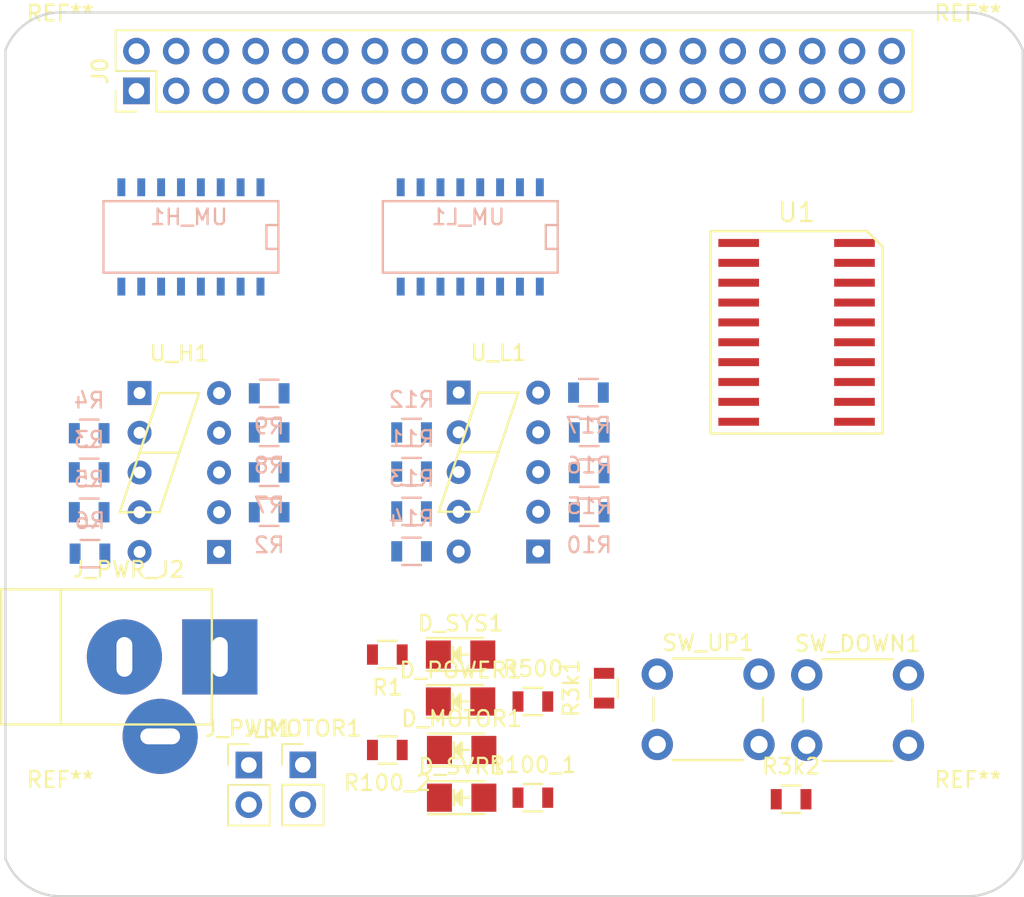
<source format=kicad_pcb>
(kicad_pcb (version 4) (host pcbnew 4.0.7)

  (general
    (links 90)
    (no_connects 90)
    (area 20.413765 38.424999 85.586235 95.075001)
    (thickness 1.6)
    (drawings 15)
    (tracks 0)
    (zones 0)
    (modules 41)
    (nets 90)
  )

  (page A4)
  (layers
    (0 F.Cu signal)
    (31 B.Cu signal)
    (32 B.Adhes user)
    (33 F.Adhes user)
    (34 B.Paste user)
    (35 F.Paste user)
    (36 B.SilkS user)
    (37 F.SilkS user)
    (38 B.Mask user)
    (39 F.Mask user)
    (40 Dwgs.User user hide)
    (41 Cmts.User user)
    (42 Eco1.User user)
    (43 Eco2.User user)
    (44 Edge.Cuts user)
    (45 Margin user)
    (46 B.CrtYd user hide)
    (47 F.CrtYd user)
    (48 B.Fab user hide)
    (49 F.Fab user hide)
  )

  (setup
    (last_trace_width 0.2)
    (trace_clearance 0.2)
    (zone_clearance 0.508)
    (zone_45_only no)
    (trace_min 0.2)
    (segment_width 0.2)
    (edge_width 0.15)
    (via_size 0.8)
    (via_drill 0.6)
    (via_min_size 0.4)
    (via_min_drill 0.3)
    (uvia_size 0.3)
    (uvia_drill 0.1)
    (uvias_allowed no)
    (uvia_min_size 0.2)
    (uvia_min_drill 0.1)
    (pcb_text_width 0.3)
    (pcb_text_size 1.5 1.5)
    (mod_edge_width 0.15)
    (mod_text_size 1 1)
    (mod_text_width 0.15)
    (pad_size 1.524 1.524)
    (pad_drill 0.762)
    (pad_to_mask_clearance 0.2)
    (aux_axis_origin 0 0)
    (visible_elements FFFFFF7F)
    (pcbplotparams
      (layerselection 0x00000_80000001)
      (usegerberextensions false)
      (excludeedgelayer true)
      (linewidth 1.000000)
      (plotframeref true)
      (viasonmask false)
      (mode 1)
      (useauxorigin false)
      (hpglpennumber 1)
      (hpglpenspeed 20)
      (hpglpendiameter 15)
      (hpglpenoverlay 2)
      (psnegative true)
      (psa4output false)
      (plotreference true)
      (plotvalue true)
      (plotinvisibletext false)
      (padsonsilk true)
      (subtractmaskfromsilk false)
      (outputformat 4)
      (mirror false)
      (drillshape 0)
      (scaleselection 1)
      (outputdirectory .output))
  )

  (net 0 "")
  (net 1 "Net-(D_MOTOR1-Pad2)")
  (net 2 "Net-(D_MOTOR1-Pad1)")
  (net 3 "Net-(D_POWER1-Pad2)")
  (net 4 "Net-(D_SYS1-Pad2)")
  (net 5 "Net-(D_SYS1-Pad1)")
  (net 6 "Net-(J0-Pad1)")
  (net 7 "Net-(J0-Pad2)")
  (net 8 "Net-(J0-Pad3)")
  (net 9 "Net-(J0-Pad4)")
  (net 10 "Net-(J0-Pad5)")
  (net 11 "Net-(J0-Pad8)")
  (net 12 "Net-(J0-Pad9)")
  (net 13 "Net-(J0-Pad10)")
  (net 14 "Net-(J0-Pad11)")
  (net 15 "Net-(J0-Pad13)")
  (net 16 "Net-(J0-Pad14)")
  (net 17 "Net-(J0-Pad15)")
  (net 18 "Net-(J0-Pad16)")
  (net 19 "Net-(J0-Pad17)")
  (net 20 "Net-(J0-Pad18)")
  (net 21 "Net-(J0-Pad19)")
  (net 22 "Net-(J0-Pad20)")
  (net 23 "Net-(J0-Pad21)")
  (net 24 "Net-(J0-Pad22)")
  (net 25 "Net-(J0-Pad23)")
  (net 26 "Net-(J0-Pad24)")
  (net 27 "Net-(J0-Pad25)")
  (net 28 "Net-(J0-Pad26)")
  (net 29 "Net-(J0-Pad27)")
  (net 30 "Net-(J0-Pad28)")
  (net 31 "Net-(J0-Pad29)")
  (net 32 "Net-(J0-Pad30)")
  (net 33 "Net-(J0-Pad31)")
  (net 34 "Net-(J0-Pad32)")
  (net 35 "Net-(J0-Pad33)")
  (net 36 "Net-(J0-Pad34)")
  (net 37 "Net-(J0-Pad35)")
  (net 38 "Net-(J0-Pad36)")
  (net 39 "Net-(J0-Pad37)")
  (net 40 "Net-(J0-Pad38)")
  (net 41 "Net-(J0-Pad39)")
  (net 42 "Net-(J0-Pad40)")
  (net 43 "Net-(J_MOTOR1-Pad1)")
  (net 44 "Net-(J_PWR1-Pad1)")
  (net 45 "Net-(U1-Pad19)")
  (net 46 "Net-(U1-Pad18)")
  (net 47 "Net-(U1-Pad13)")
  (net 48 "Net-(U1-Pad8)")
  (net 49 "Net-(U1-Pad12)")
  (net 50 "Net-(U1-Pad9)")
  (net 51 "Net-(U1-Pad11)")
  (net 52 VCC)
  (net 53 "Net-(UM_H1-Pad9)")
  (net 54 GND)
  (net 55 "Net-(UM_L1-Pad9)")
  (net 56 "Net-(R2-Pad1)")
  (net 57 "Net-(R2-Pad2)")
  (net 58 "Net-(R3-Pad1)")
  (net 59 "Net-(R3-Pad2)")
  (net 60 "Net-(R4-Pad1)")
  (net 61 "Net-(R4-Pad2)")
  (net 62 "Net-(R5-Pad1)")
  (net 63 "Net-(R5-Pad2)")
  (net 64 "Net-(R6-Pad1)")
  (net 65 "Net-(R6-Pad2)")
  (net 66 "Net-(R7-Pad1)")
  (net 67 "Net-(R7-Pad2)")
  (net 68 "Net-(R8-Pad1)")
  (net 69 "Net-(R8-Pad2)")
  (net 70 "Net-(R9-Pad1)")
  (net 71 "Net-(R9-Pad2)")
  (net 72 "Net-(R10-Pad1)")
  (net 73 "Net-(R10-Pad2)")
  (net 74 "Net-(R11-Pad1)")
  (net 75 "Net-(R11-Pad2)")
  (net 76 "Net-(R12-Pad1)")
  (net 77 "Net-(R12-Pad2)")
  (net 78 "Net-(R13-Pad1)")
  (net 79 "Net-(R13-Pad2)")
  (net 80 "Net-(R14-Pad1)")
  (net 81 "Net-(R14-Pad2)")
  (net 82 "Net-(R15-Pad1)")
  (net 83 "Net-(R15-Pad2)")
  (net 84 "Net-(R16-Pad1)")
  (net 85 "Net-(R16-Pad2)")
  (net 86 "Net-(R17-Pad1)")
  (net 87 "Net-(R17-Pad2)")
  (net 88 "Net-(D_SVR1-Pad2)")
  (net 89 "Net-(D_POWER1-Pad1)")

  (net_class Default 这是默认网络组.
    (clearance 0.2)
    (trace_width 0.2)
    (via_dia 0.8)
    (via_drill 0.6)
    (uvia_dia 0.3)
    (uvia_drill 0.1)
    (add_net GND)
    (add_net "Net-(D_MOTOR1-Pad1)")
    (add_net "Net-(D_MOTOR1-Pad2)")
    (add_net "Net-(D_POWER1-Pad1)")
    (add_net "Net-(D_POWER1-Pad2)")
    (add_net "Net-(D_SVR1-Pad2)")
    (add_net "Net-(D_SYS1-Pad1)")
    (add_net "Net-(D_SYS1-Pad2)")
    (add_net "Net-(J0-Pad1)")
    (add_net "Net-(J0-Pad10)")
    (add_net "Net-(J0-Pad11)")
    (add_net "Net-(J0-Pad13)")
    (add_net "Net-(J0-Pad14)")
    (add_net "Net-(J0-Pad15)")
    (add_net "Net-(J0-Pad16)")
    (add_net "Net-(J0-Pad17)")
    (add_net "Net-(J0-Pad18)")
    (add_net "Net-(J0-Pad19)")
    (add_net "Net-(J0-Pad2)")
    (add_net "Net-(J0-Pad20)")
    (add_net "Net-(J0-Pad21)")
    (add_net "Net-(J0-Pad22)")
    (add_net "Net-(J0-Pad23)")
    (add_net "Net-(J0-Pad24)")
    (add_net "Net-(J0-Pad25)")
    (add_net "Net-(J0-Pad26)")
    (add_net "Net-(J0-Pad27)")
    (add_net "Net-(J0-Pad28)")
    (add_net "Net-(J0-Pad29)")
    (add_net "Net-(J0-Pad3)")
    (add_net "Net-(J0-Pad30)")
    (add_net "Net-(J0-Pad31)")
    (add_net "Net-(J0-Pad32)")
    (add_net "Net-(J0-Pad33)")
    (add_net "Net-(J0-Pad34)")
    (add_net "Net-(J0-Pad35)")
    (add_net "Net-(J0-Pad36)")
    (add_net "Net-(J0-Pad37)")
    (add_net "Net-(J0-Pad38)")
    (add_net "Net-(J0-Pad39)")
    (add_net "Net-(J0-Pad4)")
    (add_net "Net-(J0-Pad40)")
    (add_net "Net-(J0-Pad5)")
    (add_net "Net-(J0-Pad8)")
    (add_net "Net-(J0-Pad9)")
    (add_net "Net-(J_MOTOR1-Pad1)")
    (add_net "Net-(J_PWR1-Pad1)")
    (add_net "Net-(R10-Pad1)")
    (add_net "Net-(R10-Pad2)")
    (add_net "Net-(R11-Pad1)")
    (add_net "Net-(R11-Pad2)")
    (add_net "Net-(R12-Pad1)")
    (add_net "Net-(R12-Pad2)")
    (add_net "Net-(R13-Pad1)")
    (add_net "Net-(R13-Pad2)")
    (add_net "Net-(R14-Pad1)")
    (add_net "Net-(R14-Pad2)")
    (add_net "Net-(R15-Pad1)")
    (add_net "Net-(R15-Pad2)")
    (add_net "Net-(R16-Pad1)")
    (add_net "Net-(R16-Pad2)")
    (add_net "Net-(R17-Pad1)")
    (add_net "Net-(R17-Pad2)")
    (add_net "Net-(R2-Pad1)")
    (add_net "Net-(R2-Pad2)")
    (add_net "Net-(R3-Pad1)")
    (add_net "Net-(R3-Pad2)")
    (add_net "Net-(R4-Pad1)")
    (add_net "Net-(R4-Pad2)")
    (add_net "Net-(R5-Pad1)")
    (add_net "Net-(R5-Pad2)")
    (add_net "Net-(R6-Pad1)")
    (add_net "Net-(R6-Pad2)")
    (add_net "Net-(R7-Pad1)")
    (add_net "Net-(R7-Pad2)")
    (add_net "Net-(R8-Pad1)")
    (add_net "Net-(R8-Pad2)")
    (add_net "Net-(R9-Pad1)")
    (add_net "Net-(R9-Pad2)")
    (add_net "Net-(U1-Pad11)")
    (add_net "Net-(U1-Pad12)")
    (add_net "Net-(U1-Pad13)")
    (add_net "Net-(U1-Pad18)")
    (add_net "Net-(U1-Pad19)")
    (add_net "Net-(U1-Pad8)")
    (add_net "Net-(U1-Pad9)")
    (add_net "Net-(UM_H1-Pad9)")
    (add_net "Net-(UM_L1-Pad9)")
    (add_net VCC)
  )

  (net_class power ""
    (clearance 0.2)
    (trace_width 0.75)
    (via_dia 0.8)
    (via_drill 0.6)
    (uvia_dia 0.3)
    (uvia_drill 0.1)
  )

  (module Resistors_SMD:R_0805 (layer F.Cu) (tedit 58307B54) (tstamp 5A47EA4C)
    (at 54.2 82.55)
    (descr "Resistor SMD 0805, reflow soldering, Vishay (see dcrcw.pdf)")
    (tags "resistor 0805")
    (path /5A055612)
    (attr smd)
    (fp_text reference R500 (at 0 -2.1) (layer F.SilkS)
      (effects (font (size 1 1) (thickness 0.15)))
    )
    (fp_text value R (at 0 2.1) (layer F.Fab)
      (effects (font (size 1 1) (thickness 0.15)))
    )
    (fp_line (start -1 0.625) (end -1 -0.625) (layer F.Fab) (width 0.1))
    (fp_line (start 1 0.625) (end -1 0.625) (layer F.Fab) (width 0.1))
    (fp_line (start 1 -0.625) (end 1 0.625) (layer F.Fab) (width 0.1))
    (fp_line (start -1 -0.625) (end 1 -0.625) (layer F.Fab) (width 0.1))
    (fp_line (start -1.6 -1) (end 1.6 -1) (layer F.CrtYd) (width 0.05))
    (fp_line (start -1.6 1) (end 1.6 1) (layer F.CrtYd) (width 0.05))
    (fp_line (start -1.6 -1) (end -1.6 1) (layer F.CrtYd) (width 0.05))
    (fp_line (start 1.6 -1) (end 1.6 1) (layer F.CrtYd) (width 0.05))
    (fp_line (start 0.6 0.875) (end -0.6 0.875) (layer F.SilkS) (width 0.15))
    (fp_line (start -0.6 -0.875) (end 0.6 -0.875) (layer F.SilkS) (width 0.15))
    (pad 1 smd rect (at -0.95 0) (size 0.7 1.3) (layers F.Cu F.Paste F.Mask)
      (net 3 "Net-(D_POWER1-Pad2)"))
    (pad 2 smd rect (at 0.95 0) (size 0.7 1.3) (layers F.Cu F.Paste F.Mask)
      (net 44 "Net-(J_PWR1-Pad1)"))
    (model Resistors_SMD.3dshapes/R_0805.wrl
      (at (xyz 0 0 0))
      (scale (xyz 1 1 1))
      (rotate (xyz 0 0 0))
    )
  )

  (module Mounting_Holes:MountingHole_2.7mm_M2.5 (layer F.Cu) (tedit 56D1B4CB) (tstamp 5A47E511)
    (at 24 91.25)
    (descr "Mounting Hole 2.7mm, no annular, M2.5")
    (tags "mounting hole 2.7mm no annular m2.5")
    (fp_text reference REF** (at 0 -3.7) (layer F.SilkS)
      (effects (font (size 1 1) (thickness 0.15)))
    )
    (fp_text value MountingHole_2.7mm_M2.5 (at 0 3.7) (layer F.Fab)
      (effects (font (size 1 1) (thickness 0.15)))
    )
    (fp_circle (center 0 0) (end 2.7 0) (layer Cmts.User) (width 0.15))
    (fp_circle (center 0 0) (end 2.95 0) (layer F.CrtYd) (width 0.05))
    (pad 1 np_thru_hole circle (at 0 0) (size 2.7 2.7) (drill 2.7) (layers *.Cu *.Mask))
  )

  (module Mounting_Holes:MountingHole_2.7mm_M2.5 (layer F.Cu) (tedit 56D1B4CB) (tstamp 5A47E50B)
    (at 82 91.25)
    (descr "Mounting Hole 2.7mm, no annular, M2.5")
    (tags "mounting hole 2.7mm no annular m2.5")
    (fp_text reference REF** (at 0 -3.7) (layer F.SilkS)
      (effects (font (size 1 1) (thickness 0.15)))
    )
    (fp_text value MountingHole_2.7mm_M2.5 (at 0 3.7) (layer F.Fab)
      (effects (font (size 1 1) (thickness 0.15)))
    )
    (fp_circle (center 0 0) (end 2.7 0) (layer Cmts.User) (width 0.15))
    (fp_circle (center 0 0) (end 2.95 0) (layer F.CrtYd) (width 0.05))
    (pad 1 np_thru_hole circle (at 0 0) (size 2.7 2.7) (drill 2.7) (layers *.Cu *.Mask))
  )

  (module Mounting_Holes:MountingHole_2.7mm_M2.5 (layer F.Cu) (tedit 56D1B4CB) (tstamp 5A47E505)
    (at 82 42.25)
    (descr "Mounting Hole 2.7mm, no annular, M2.5")
    (tags "mounting hole 2.7mm no annular m2.5")
    (fp_text reference REF** (at 0 -3.7) (layer F.SilkS)
      (effects (font (size 1 1) (thickness 0.15)))
    )
    (fp_text value MountingHole_2.7mm_M2.5 (at 0 3.7) (layer F.Fab)
      (effects (font (size 1 1) (thickness 0.15)))
    )
    (fp_circle (center 0 0) (end 2.7 0) (layer Cmts.User) (width 0.15))
    (fp_circle (center 0 0) (end 2.95 0) (layer F.CrtYd) (width 0.05))
    (pad 1 np_thru_hole circle (at 0 0) (size 2.7 2.7) (drill 2.7) (layers *.Cu *.Mask))
  )

  (module Mounting_Holes:MountingHole_2.7mm_M2.5 (layer F.Cu) (tedit 56D1B4CB) (tstamp 5A47E4F4)
    (at 24 42.25)
    (descr "Mounting Hole 2.7mm, no annular, M2.5")
    (tags "mounting hole 2.7mm no annular m2.5")
    (fp_text reference REF** (at 0 -3.7) (layer F.SilkS)
      (effects (font (size 1 1) (thickness 0.15)))
    )
    (fp_text value MountingHole_2.7mm_M2.5 (at 0 3.7) (layer F.Fab)
      (effects (font (size 1 1) (thickness 0.15)))
    )
    (fp_circle (center 0 0) (end 2.7 0) (layer Cmts.User) (width 0.15))
    (fp_circle (center 0 0) (end 2.95 0) (layer F.CrtYd) (width 0.05))
    (pad 1 np_thru_hole circle (at 0 0) (size 2.7 2.7) (drill 2.7) (layers *.Cu *.Mask))
  )

  (module LEDs:LED_1206 (layer F.Cu) (tedit 57ABE035) (tstamp 5A47E81A)
    (at 49.65 85.65)
    (descr "LED 1206 smd package")
    (tags "LED1206 SMD")
    (path /5A057622)
    (attr smd)
    (fp_text reference D_MOTOR1 (at 0 -2) (layer F.SilkS)
      (effects (font (size 1 1) (thickness 0.15)))
    )
    (fp_text value LED (at 0 2) (layer F.Fab)
      (effects (font (size 1 1) (thickness 0.15)))
    )
    (fp_line (start -0.5 -0.5) (end -0.5 0.5) (layer F.Fab) (width 0.15))
    (fp_line (start -0.5 0) (end 0 -0.5) (layer F.Fab) (width 0.15))
    (fp_line (start 0 0.5) (end -0.5 0) (layer F.Fab) (width 0.15))
    (fp_line (start 0 -0.5) (end 0 0.5) (layer F.Fab) (width 0.15))
    (fp_line (start -1.6 0.8) (end -1.6 -0.8) (layer F.Fab) (width 0.15))
    (fp_line (start 1.6 0.8) (end -1.6 0.8) (layer F.Fab) (width 0.15))
    (fp_line (start 1.6 -0.8) (end 1.6 0.8) (layer F.Fab) (width 0.15))
    (fp_line (start -1.6 -0.8) (end 1.6 -0.8) (layer F.Fab) (width 0.15))
    (fp_line (start -2.15 1.05) (end 1.45 1.05) (layer F.SilkS) (width 0.15))
    (fp_line (start -2.15 -1.05) (end 1.45 -1.05) (layer F.SilkS) (width 0.15))
    (fp_line (start -0.1 -0.3) (end -0.1 0.3) (layer F.SilkS) (width 0.15))
    (fp_line (start -0.1 0.3) (end -0.4 0) (layer F.SilkS) (width 0.15))
    (fp_line (start -0.4 0) (end -0.2 -0.2) (layer F.SilkS) (width 0.15))
    (fp_line (start -0.2 -0.2) (end -0.2 0.05) (layer F.SilkS) (width 0.15))
    (fp_line (start -0.2 0.05) (end -0.25 0) (layer F.SilkS) (width 0.15))
    (fp_line (start -0.5 -0.5) (end -0.5 0.5) (layer F.SilkS) (width 0.15))
    (fp_line (start 0 0) (end 0.5 0) (layer F.SilkS) (width 0.15))
    (fp_line (start -0.5 0) (end 0 -0.5) (layer F.SilkS) (width 0.15))
    (fp_line (start 0 -0.5) (end 0 0.5) (layer F.SilkS) (width 0.15))
    (fp_line (start 0 0.5) (end -0.5 0) (layer F.SilkS) (width 0.15))
    (fp_line (start 2.5 -1.25) (end -2.5 -1.25) (layer F.CrtYd) (width 0.05))
    (fp_line (start -2.5 -1.25) (end -2.5 1.25) (layer F.CrtYd) (width 0.05))
    (fp_line (start -2.5 1.25) (end 2.5 1.25) (layer F.CrtYd) (width 0.05))
    (fp_line (start 2.5 1.25) (end 2.5 -1.25) (layer F.CrtYd) (width 0.05))
    (pad 2 smd rect (at 1.41986 0 180) (size 1.59766 1.80086) (layers F.Cu F.Paste F.Mask)
      (net 1 "Net-(D_MOTOR1-Pad2)"))
    (pad 1 smd rect (at -1.41986 0 180) (size 1.59766 1.80086) (layers F.Cu F.Paste F.Mask)
      (net 2 "Net-(D_MOTOR1-Pad1)"))
    (model LEDs.3dshapes/LED_1206.wrl
      (at (xyz 0 0 0))
      (scale (xyz 1 1 1))
      (rotate (xyz 0 0 180))
    )
  )

  (module LEDs:LED_1206 (layer F.Cu) (tedit 57ABE035) (tstamp 5A47E838)
    (at 49.58014 82.55)
    (descr "LED 1206 smd package")
    (tags "LED1206 SMD")
    (path /5A054FA8)
    (attr smd)
    (fp_text reference D_POWER1 (at 0 -2) (layer F.SilkS)
      (effects (font (size 1 1) (thickness 0.15)))
    )
    (fp_text value LED_YELLOW (at 0 2) (layer F.Fab)
      (effects (font (size 1 1) (thickness 0.15)))
    )
    (fp_line (start -0.5 -0.5) (end -0.5 0.5) (layer F.Fab) (width 0.15))
    (fp_line (start -0.5 0) (end 0 -0.5) (layer F.Fab) (width 0.15))
    (fp_line (start 0 0.5) (end -0.5 0) (layer F.Fab) (width 0.15))
    (fp_line (start 0 -0.5) (end 0 0.5) (layer F.Fab) (width 0.15))
    (fp_line (start -1.6 0.8) (end -1.6 -0.8) (layer F.Fab) (width 0.15))
    (fp_line (start 1.6 0.8) (end -1.6 0.8) (layer F.Fab) (width 0.15))
    (fp_line (start 1.6 -0.8) (end 1.6 0.8) (layer F.Fab) (width 0.15))
    (fp_line (start -1.6 -0.8) (end 1.6 -0.8) (layer F.Fab) (width 0.15))
    (fp_line (start -2.15 1.05) (end 1.45 1.05) (layer F.SilkS) (width 0.15))
    (fp_line (start -2.15 -1.05) (end 1.45 -1.05) (layer F.SilkS) (width 0.15))
    (fp_line (start -0.1 -0.3) (end -0.1 0.3) (layer F.SilkS) (width 0.15))
    (fp_line (start -0.1 0.3) (end -0.4 0) (layer F.SilkS) (width 0.15))
    (fp_line (start -0.4 0) (end -0.2 -0.2) (layer F.SilkS) (width 0.15))
    (fp_line (start -0.2 -0.2) (end -0.2 0.05) (layer F.SilkS) (width 0.15))
    (fp_line (start -0.2 0.05) (end -0.25 0) (layer F.SilkS) (width 0.15))
    (fp_line (start -0.5 -0.5) (end -0.5 0.5) (layer F.SilkS) (width 0.15))
    (fp_line (start 0 0) (end 0.5 0) (layer F.SilkS) (width 0.15))
    (fp_line (start -0.5 0) (end 0 -0.5) (layer F.SilkS) (width 0.15))
    (fp_line (start 0 -0.5) (end 0 0.5) (layer F.SilkS) (width 0.15))
    (fp_line (start 0 0.5) (end -0.5 0) (layer F.SilkS) (width 0.15))
    (fp_line (start 2.5 -1.25) (end -2.5 -1.25) (layer F.CrtYd) (width 0.05))
    (fp_line (start -2.5 -1.25) (end -2.5 1.25) (layer F.CrtYd) (width 0.05))
    (fp_line (start -2.5 1.25) (end 2.5 1.25) (layer F.CrtYd) (width 0.05))
    (fp_line (start 2.5 1.25) (end 2.5 -1.25) (layer F.CrtYd) (width 0.05))
    (pad 2 smd rect (at 1.41986 0 180) (size 1.59766 1.80086) (layers F.Cu F.Paste F.Mask)
      (net 3 "Net-(D_POWER1-Pad2)"))
    (pad 1 smd rect (at -1.41986 0 180) (size 1.59766 1.80086) (layers F.Cu F.Paste F.Mask)
      (net 89 "Net-(D_POWER1-Pad1)"))
    (model LEDs.3dshapes/LED_1206.wrl
      (at (xyz 0 0 0))
      (scale (xyz 1 1 1))
      (rotate (xyz 0 0 180))
    )
  )

  (module LEDs:LED_1206 (layer F.Cu) (tedit 57ABE035) (tstamp 5A47E856)
    (at 49.65 88.7)
    (descr "LED 1206 smd package")
    (tags "LED1206 SMD")
    (path /5A054F6B)
    (attr smd)
    (fp_text reference D_SVR1 (at 0 -2) (layer F.SilkS)
      (effects (font (size 1 1) (thickness 0.15)))
    )
    (fp_text value LED_GREEN (at 0 2) (layer F.Fab)
      (effects (font (size 1 1) (thickness 0.15)))
    )
    (fp_line (start -0.5 -0.5) (end -0.5 0.5) (layer F.Fab) (width 0.15))
    (fp_line (start -0.5 0) (end 0 -0.5) (layer F.Fab) (width 0.15))
    (fp_line (start 0 0.5) (end -0.5 0) (layer F.Fab) (width 0.15))
    (fp_line (start 0 -0.5) (end 0 0.5) (layer F.Fab) (width 0.15))
    (fp_line (start -1.6 0.8) (end -1.6 -0.8) (layer F.Fab) (width 0.15))
    (fp_line (start 1.6 0.8) (end -1.6 0.8) (layer F.Fab) (width 0.15))
    (fp_line (start 1.6 -0.8) (end 1.6 0.8) (layer F.Fab) (width 0.15))
    (fp_line (start -1.6 -0.8) (end 1.6 -0.8) (layer F.Fab) (width 0.15))
    (fp_line (start -2.15 1.05) (end 1.45 1.05) (layer F.SilkS) (width 0.15))
    (fp_line (start -2.15 -1.05) (end 1.45 -1.05) (layer F.SilkS) (width 0.15))
    (fp_line (start -0.1 -0.3) (end -0.1 0.3) (layer F.SilkS) (width 0.15))
    (fp_line (start -0.1 0.3) (end -0.4 0) (layer F.SilkS) (width 0.15))
    (fp_line (start -0.4 0) (end -0.2 -0.2) (layer F.SilkS) (width 0.15))
    (fp_line (start -0.2 -0.2) (end -0.2 0.05) (layer F.SilkS) (width 0.15))
    (fp_line (start -0.2 0.05) (end -0.25 0) (layer F.SilkS) (width 0.15))
    (fp_line (start -0.5 -0.5) (end -0.5 0.5) (layer F.SilkS) (width 0.15))
    (fp_line (start 0 0) (end 0.5 0) (layer F.SilkS) (width 0.15))
    (fp_line (start -0.5 0) (end 0 -0.5) (layer F.SilkS) (width 0.15))
    (fp_line (start 0 -0.5) (end 0 0.5) (layer F.SilkS) (width 0.15))
    (fp_line (start 0 0.5) (end -0.5 0) (layer F.SilkS) (width 0.15))
    (fp_line (start 2.5 -1.25) (end -2.5 -1.25) (layer F.CrtYd) (width 0.05))
    (fp_line (start -2.5 -1.25) (end -2.5 1.25) (layer F.CrtYd) (width 0.05))
    (fp_line (start -2.5 1.25) (end 2.5 1.25) (layer F.CrtYd) (width 0.05))
    (fp_line (start 2.5 1.25) (end 2.5 -1.25) (layer F.CrtYd) (width 0.05))
    (pad 2 smd rect (at 1.41986 0 180) (size 1.59766 1.80086) (layers F.Cu F.Paste F.Mask)
      (net 88 "Net-(D_SVR1-Pad2)"))
    (pad 1 smd rect (at -1.41986 0 180) (size 1.59766 1.80086) (layers F.Cu F.Paste F.Mask)
      (net 89 "Net-(D_POWER1-Pad1)"))
    (model LEDs.3dshapes/LED_1206.wrl
      (at (xyz 0 0 0))
      (scale (xyz 1 1 1))
      (rotate (xyz 0 0 180))
    )
  )

  (module LEDs:LED_1206 (layer F.Cu) (tedit 57ABE035) (tstamp 5A47E874)
    (at 49.58014 79.55)
    (descr "LED 1206 smd package")
    (tags "LED1206 SMD")
    (path /5A058612)
    (attr smd)
    (fp_text reference D_SYS1 (at 0 -2) (layer F.SilkS)
      (effects (font (size 1 1) (thickness 0.15)))
    )
    (fp_text value LED (at 0 2) (layer F.Fab)
      (effects (font (size 1 1) (thickness 0.15)))
    )
    (fp_line (start -0.5 -0.5) (end -0.5 0.5) (layer F.Fab) (width 0.15))
    (fp_line (start -0.5 0) (end 0 -0.5) (layer F.Fab) (width 0.15))
    (fp_line (start 0 0.5) (end -0.5 0) (layer F.Fab) (width 0.15))
    (fp_line (start 0 -0.5) (end 0 0.5) (layer F.Fab) (width 0.15))
    (fp_line (start -1.6 0.8) (end -1.6 -0.8) (layer F.Fab) (width 0.15))
    (fp_line (start 1.6 0.8) (end -1.6 0.8) (layer F.Fab) (width 0.15))
    (fp_line (start 1.6 -0.8) (end 1.6 0.8) (layer F.Fab) (width 0.15))
    (fp_line (start -1.6 -0.8) (end 1.6 -0.8) (layer F.Fab) (width 0.15))
    (fp_line (start -2.15 1.05) (end 1.45 1.05) (layer F.SilkS) (width 0.15))
    (fp_line (start -2.15 -1.05) (end 1.45 -1.05) (layer F.SilkS) (width 0.15))
    (fp_line (start -0.1 -0.3) (end -0.1 0.3) (layer F.SilkS) (width 0.15))
    (fp_line (start -0.1 0.3) (end -0.4 0) (layer F.SilkS) (width 0.15))
    (fp_line (start -0.4 0) (end -0.2 -0.2) (layer F.SilkS) (width 0.15))
    (fp_line (start -0.2 -0.2) (end -0.2 0.05) (layer F.SilkS) (width 0.15))
    (fp_line (start -0.2 0.05) (end -0.25 0) (layer F.SilkS) (width 0.15))
    (fp_line (start -0.5 -0.5) (end -0.5 0.5) (layer F.SilkS) (width 0.15))
    (fp_line (start 0 0) (end 0.5 0) (layer F.SilkS) (width 0.15))
    (fp_line (start -0.5 0) (end 0 -0.5) (layer F.SilkS) (width 0.15))
    (fp_line (start 0 -0.5) (end 0 0.5) (layer F.SilkS) (width 0.15))
    (fp_line (start 0 0.5) (end -0.5 0) (layer F.SilkS) (width 0.15))
    (fp_line (start 2.5 -1.25) (end -2.5 -1.25) (layer F.CrtYd) (width 0.05))
    (fp_line (start -2.5 -1.25) (end -2.5 1.25) (layer F.CrtYd) (width 0.05))
    (fp_line (start -2.5 1.25) (end 2.5 1.25) (layer F.CrtYd) (width 0.05))
    (fp_line (start 2.5 1.25) (end 2.5 -1.25) (layer F.CrtYd) (width 0.05))
    (pad 2 smd rect (at 1.41986 0 180) (size 1.59766 1.80086) (layers F.Cu F.Paste F.Mask)
      (net 4 "Net-(D_SYS1-Pad2)"))
    (pad 1 smd rect (at -1.41986 0 180) (size 1.59766 1.80086) (layers F.Cu F.Paste F.Mask)
      (net 5 "Net-(D_SYS1-Pad1)"))
    (model LEDs.3dshapes/LED_1206.wrl
      (at (xyz 0 0 0))
      (scale (xyz 1 1 1))
      (rotate (xyz 0 0 180))
    )
  )

  (module Pin_Headers:Pin_Header_Straight_2x20_Pitch2.54mm (layer F.Cu) (tedit 59650533) (tstamp 5A47E8B2)
    (at 28.87 43.51 90)
    (descr "Through hole straight pin header, 2x20, 2.54mm pitch, double rows")
    (tags "Through hole pin header THT 2x20 2.54mm double row")
    (path /5A051E59)
    (fp_text reference J0 (at 1.27 -2.33 90) (layer F.SilkS)
      (effects (font (size 1 1) (thickness 0.15)))
    )
    (fp_text value Conn_with_rapi (at 1.27 50.59 90) (layer F.Fab)
      (effects (font (size 1 1) (thickness 0.15)))
    )
    (fp_line (start 0 -1.27) (end 3.81 -1.27) (layer F.Fab) (width 0.1))
    (fp_line (start 3.81 -1.27) (end 3.81 49.53) (layer F.Fab) (width 0.1))
    (fp_line (start 3.81 49.53) (end -1.27 49.53) (layer F.Fab) (width 0.1))
    (fp_line (start -1.27 49.53) (end -1.27 0) (layer F.Fab) (width 0.1))
    (fp_line (start -1.27 0) (end 0 -1.27) (layer F.Fab) (width 0.1))
    (fp_line (start -1.33 49.59) (end 3.87 49.59) (layer F.SilkS) (width 0.12))
    (fp_line (start -1.33 1.27) (end -1.33 49.59) (layer F.SilkS) (width 0.12))
    (fp_line (start 3.87 -1.33) (end 3.87 49.59) (layer F.SilkS) (width 0.12))
    (fp_line (start -1.33 1.27) (end 1.27 1.27) (layer F.SilkS) (width 0.12))
    (fp_line (start 1.27 1.27) (end 1.27 -1.33) (layer F.SilkS) (width 0.12))
    (fp_line (start 1.27 -1.33) (end 3.87 -1.33) (layer F.SilkS) (width 0.12))
    (fp_line (start -1.33 0) (end -1.33 -1.33) (layer F.SilkS) (width 0.12))
    (fp_line (start -1.33 -1.33) (end 0 -1.33) (layer F.SilkS) (width 0.12))
    (fp_line (start -1.8 -1.8) (end -1.8 50.05) (layer F.CrtYd) (width 0.05))
    (fp_line (start -1.8 50.05) (end 4.35 50.05) (layer F.CrtYd) (width 0.05))
    (fp_line (start 4.35 50.05) (end 4.35 -1.8) (layer F.CrtYd) (width 0.05))
    (fp_line (start 4.35 -1.8) (end -1.8 -1.8) (layer F.CrtYd) (width 0.05))
    (fp_text user %R (at 1.27 24.13 180) (layer F.Fab)
      (effects (font (size 1 1) (thickness 0.15)))
    )
    (pad 1 thru_hole rect (at 0 0 90) (size 1.7 1.7) (drill 1) (layers *.Cu *.Mask)
      (net 6 "Net-(J0-Pad1)"))
    (pad 2 thru_hole oval (at 2.54 0 90) (size 1.7 1.7) (drill 1) (layers *.Cu *.Mask)
      (net 7 "Net-(J0-Pad2)"))
    (pad 3 thru_hole oval (at 0 2.54 90) (size 1.7 1.7) (drill 1) (layers *.Cu *.Mask)
      (net 8 "Net-(J0-Pad3)"))
    (pad 4 thru_hole oval (at 2.54 2.54 90) (size 1.7 1.7) (drill 1) (layers *.Cu *.Mask)
      (net 9 "Net-(J0-Pad4)"))
    (pad 5 thru_hole oval (at 0 5.08 90) (size 1.7 1.7) (drill 1) (layers *.Cu *.Mask)
      (net 10 "Net-(J0-Pad5)"))
    (pad 6 thru_hole oval (at 2.54 5.08 90) (size 1.7 1.7) (drill 1) (layers *.Cu *.Mask)
      (net 89 "Net-(D_POWER1-Pad1)"))
    (pad 7 thru_hole oval (at 0 7.62 90) (size 1.7 1.7) (drill 1) (layers *.Cu *.Mask)
      (net 4 "Net-(D_SYS1-Pad2)"))
    (pad 8 thru_hole oval (at 2.54 7.62 90) (size 1.7 1.7) (drill 1) (layers *.Cu *.Mask)
      (net 11 "Net-(J0-Pad8)"))
    (pad 9 thru_hole oval (at 0 10.16 90) (size 1.7 1.7) (drill 1) (layers *.Cu *.Mask)
      (net 12 "Net-(J0-Pad9)"))
    (pad 10 thru_hole oval (at 2.54 10.16 90) (size 1.7 1.7) (drill 1) (layers *.Cu *.Mask)
      (net 13 "Net-(J0-Pad10)"))
    (pad 11 thru_hole oval (at 0 12.7 90) (size 1.7 1.7) (drill 1) (layers *.Cu *.Mask)
      (net 14 "Net-(J0-Pad11)"))
    (pad 12 thru_hole oval (at 2.54 12.7 90) (size 1.7 1.7) (drill 1) (layers *.Cu *.Mask)
      (net 1 "Net-(D_MOTOR1-Pad2)"))
    (pad 13 thru_hole oval (at 0 15.24 90) (size 1.7 1.7) (drill 1) (layers *.Cu *.Mask)
      (net 15 "Net-(J0-Pad13)"))
    (pad 14 thru_hole oval (at 2.54 15.24 90) (size 1.7 1.7) (drill 1) (layers *.Cu *.Mask)
      (net 16 "Net-(J0-Pad14)"))
    (pad 15 thru_hole oval (at 0 17.78 90) (size 1.7 1.7) (drill 1) (layers *.Cu *.Mask)
      (net 17 "Net-(J0-Pad15)"))
    (pad 16 thru_hole oval (at 2.54 17.78 90) (size 1.7 1.7) (drill 1) (layers *.Cu *.Mask)
      (net 18 "Net-(J0-Pad16)"))
    (pad 17 thru_hole oval (at 0 20.32 90) (size 1.7 1.7) (drill 1) (layers *.Cu *.Mask)
      (net 19 "Net-(J0-Pad17)"))
    (pad 18 thru_hole oval (at 2.54 20.32 90) (size 1.7 1.7) (drill 1) (layers *.Cu *.Mask)
      (net 20 "Net-(J0-Pad18)"))
    (pad 19 thru_hole oval (at 0 22.86 90) (size 1.7 1.7) (drill 1) (layers *.Cu *.Mask)
      (net 21 "Net-(J0-Pad19)"))
    (pad 20 thru_hole oval (at 2.54 22.86 90) (size 1.7 1.7) (drill 1) (layers *.Cu *.Mask)
      (net 22 "Net-(J0-Pad20)"))
    (pad 21 thru_hole oval (at 0 25.4 90) (size 1.7 1.7) (drill 1) (layers *.Cu *.Mask)
      (net 23 "Net-(J0-Pad21)"))
    (pad 22 thru_hole oval (at 2.54 25.4 90) (size 1.7 1.7) (drill 1) (layers *.Cu *.Mask)
      (net 24 "Net-(J0-Pad22)"))
    (pad 23 thru_hole oval (at 0 27.94 90) (size 1.7 1.7) (drill 1) (layers *.Cu *.Mask)
      (net 25 "Net-(J0-Pad23)"))
    (pad 24 thru_hole oval (at 2.54 27.94 90) (size 1.7 1.7) (drill 1) (layers *.Cu *.Mask)
      (net 26 "Net-(J0-Pad24)"))
    (pad 25 thru_hole oval (at 0 30.48 90) (size 1.7 1.7) (drill 1) (layers *.Cu *.Mask)
      (net 27 "Net-(J0-Pad25)"))
    (pad 26 thru_hole oval (at 2.54 30.48 90) (size 1.7 1.7) (drill 1) (layers *.Cu *.Mask)
      (net 28 "Net-(J0-Pad26)"))
    (pad 27 thru_hole oval (at 0 33.02 90) (size 1.7 1.7) (drill 1) (layers *.Cu *.Mask)
      (net 29 "Net-(J0-Pad27)"))
    (pad 28 thru_hole oval (at 2.54 33.02 90) (size 1.7 1.7) (drill 1) (layers *.Cu *.Mask)
      (net 30 "Net-(J0-Pad28)"))
    (pad 29 thru_hole oval (at 0 35.56 90) (size 1.7 1.7) (drill 1) (layers *.Cu *.Mask)
      (net 31 "Net-(J0-Pad29)"))
    (pad 30 thru_hole oval (at 2.54 35.56 90) (size 1.7 1.7) (drill 1) (layers *.Cu *.Mask)
      (net 32 "Net-(J0-Pad30)"))
    (pad 31 thru_hole oval (at 0 38.1 90) (size 1.7 1.7) (drill 1) (layers *.Cu *.Mask)
      (net 33 "Net-(J0-Pad31)"))
    (pad 32 thru_hole oval (at 2.54 38.1 90) (size 1.7 1.7) (drill 1) (layers *.Cu *.Mask)
      (net 34 "Net-(J0-Pad32)"))
    (pad 33 thru_hole oval (at 0 40.64 90) (size 1.7 1.7) (drill 1) (layers *.Cu *.Mask)
      (net 35 "Net-(J0-Pad33)"))
    (pad 34 thru_hole oval (at 2.54 40.64 90) (size 1.7 1.7) (drill 1) (layers *.Cu *.Mask)
      (net 36 "Net-(J0-Pad34)"))
    (pad 35 thru_hole oval (at 0 43.18 90) (size 1.7 1.7) (drill 1) (layers *.Cu *.Mask)
      (net 37 "Net-(J0-Pad35)"))
    (pad 36 thru_hole oval (at 2.54 43.18 90) (size 1.7 1.7) (drill 1) (layers *.Cu *.Mask)
      (net 38 "Net-(J0-Pad36)"))
    (pad 37 thru_hole oval (at 0 45.72 90) (size 1.7 1.7) (drill 1) (layers *.Cu *.Mask)
      (net 39 "Net-(J0-Pad37)"))
    (pad 38 thru_hole oval (at 2.54 45.72 90) (size 1.7 1.7) (drill 1) (layers *.Cu *.Mask)
      (net 40 "Net-(J0-Pad38)"))
    (pad 39 thru_hole oval (at 0 48.26 90) (size 1.7 1.7) (drill 1) (layers *.Cu *.Mask)
      (net 41 "Net-(J0-Pad39)"))
    (pad 40 thru_hole oval (at 2.54 48.26 90) (size 1.7 1.7) (drill 1) (layers *.Cu *.Mask)
      (net 42 "Net-(J0-Pad40)"))
    (model ${KISYS3DMOD}/Pin_Headers.3dshapes/Pin_Header_Straight_2x20_Pitch2.54mm.wrl
      (at (xyz 0 0 0))
      (scale (xyz 1 1 1))
      (rotate (xyz 0 0 0))
    )
  )

  (module Pin_Headers:Pin_Header_Straight_1x02_Pitch2.54mm (layer F.Cu) (tedit 59650532) (tstamp 5A47E8C8)
    (at 39.5 86.6)
    (descr "Through hole straight pin header, 1x02, 2.54mm pitch, single row")
    (tags "Through hole pin header THT 1x02 2.54mm single row")
    (path /5A055911)
    (fp_text reference J_MOTOR1 (at 0 -2.33) (layer F.SilkS)
      (effects (font (size 1 1) (thickness 0.15)))
    )
    (fp_text value Conn_01x02 (at 0 4.87) (layer F.Fab)
      (effects (font (size 1 1) (thickness 0.15)))
    )
    (fp_line (start -0.635 -1.27) (end 1.27 -1.27) (layer F.Fab) (width 0.1))
    (fp_line (start 1.27 -1.27) (end 1.27 3.81) (layer F.Fab) (width 0.1))
    (fp_line (start 1.27 3.81) (end -1.27 3.81) (layer F.Fab) (width 0.1))
    (fp_line (start -1.27 3.81) (end -1.27 -0.635) (layer F.Fab) (width 0.1))
    (fp_line (start -1.27 -0.635) (end -0.635 -1.27) (layer F.Fab) (width 0.1))
    (fp_line (start -1.33 3.87) (end 1.33 3.87) (layer F.SilkS) (width 0.12))
    (fp_line (start -1.33 1.27) (end -1.33 3.87) (layer F.SilkS) (width 0.12))
    (fp_line (start 1.33 1.27) (end 1.33 3.87) (layer F.SilkS) (width 0.12))
    (fp_line (start -1.33 1.27) (end 1.33 1.27) (layer F.SilkS) (width 0.12))
    (fp_line (start -1.33 0) (end -1.33 -1.33) (layer F.SilkS) (width 0.12))
    (fp_line (start -1.33 -1.33) (end 0 -1.33) (layer F.SilkS) (width 0.12))
    (fp_line (start -1.8 -1.8) (end -1.8 4.35) (layer F.CrtYd) (width 0.05))
    (fp_line (start -1.8 4.35) (end 1.8 4.35) (layer F.CrtYd) (width 0.05))
    (fp_line (start 1.8 4.35) (end 1.8 -1.8) (layer F.CrtYd) (width 0.05))
    (fp_line (start 1.8 -1.8) (end -1.8 -1.8) (layer F.CrtYd) (width 0.05))
    (fp_text user %R (at 0 1.27 90) (layer F.Fab)
      (effects (font (size 1 1) (thickness 0.15)))
    )
    (pad 1 thru_hole rect (at 0 0) (size 1.7 1.7) (drill 1) (layers *.Cu *.Mask)
      (net 43 "Net-(J_MOTOR1-Pad1)"))
    (pad 2 thru_hole oval (at 0 2.54) (size 1.7 1.7) (drill 1) (layers *.Cu *.Mask)
      (net 89 "Net-(D_POWER1-Pad1)"))
    (model ${KISYS3DMOD}/Pin_Headers.3dshapes/Pin_Header_Straight_1x02_Pitch2.54mm.wrl
      (at (xyz 0 0 0))
      (scale (xyz 1 1 1))
      (rotate (xyz 0 0 0))
    )
  )

  (module Pin_Headers:Pin_Header_Straight_1x02_Pitch2.54mm (layer F.Cu) (tedit 59650532) (tstamp 5A47E8DE)
    (at 36.05 86.61)
    (descr "Through hole straight pin header, 1x02, 2.54mm pitch, single row")
    (tags "Through hole pin header THT 1x02 2.54mm single row")
    (path /5A0558B1)
    (fp_text reference J_PWR1 (at 0 -2.33) (layer F.SilkS)
      (effects (font (size 1 1) (thickness 0.15)))
    )
    (fp_text value Conn_01x02 (at 0 4.87) (layer F.Fab)
      (effects (font (size 1 1) (thickness 0.15)))
    )
    (fp_line (start -0.635 -1.27) (end 1.27 -1.27) (layer F.Fab) (width 0.1))
    (fp_line (start 1.27 -1.27) (end 1.27 3.81) (layer F.Fab) (width 0.1))
    (fp_line (start 1.27 3.81) (end -1.27 3.81) (layer F.Fab) (width 0.1))
    (fp_line (start -1.27 3.81) (end -1.27 -0.635) (layer F.Fab) (width 0.1))
    (fp_line (start -1.27 -0.635) (end -0.635 -1.27) (layer F.Fab) (width 0.1))
    (fp_line (start -1.33 3.87) (end 1.33 3.87) (layer F.SilkS) (width 0.12))
    (fp_line (start -1.33 1.27) (end -1.33 3.87) (layer F.SilkS) (width 0.12))
    (fp_line (start 1.33 1.27) (end 1.33 3.87) (layer F.SilkS) (width 0.12))
    (fp_line (start -1.33 1.27) (end 1.33 1.27) (layer F.SilkS) (width 0.12))
    (fp_line (start -1.33 0) (end -1.33 -1.33) (layer F.SilkS) (width 0.12))
    (fp_line (start -1.33 -1.33) (end 0 -1.33) (layer F.SilkS) (width 0.12))
    (fp_line (start -1.8 -1.8) (end -1.8 4.35) (layer F.CrtYd) (width 0.05))
    (fp_line (start -1.8 4.35) (end 1.8 4.35) (layer F.CrtYd) (width 0.05))
    (fp_line (start 1.8 4.35) (end 1.8 -1.8) (layer F.CrtYd) (width 0.05))
    (fp_line (start 1.8 -1.8) (end -1.8 -1.8) (layer F.CrtYd) (width 0.05))
    (fp_text user %R (at 0 1.27 90) (layer F.Fab)
      (effects (font (size 1 1) (thickness 0.15)))
    )
    (pad 1 thru_hole rect (at 0 0) (size 1.7 1.7) (drill 1) (layers *.Cu *.Mask)
      (net 44 "Net-(J_PWR1-Pad1)"))
    (pad 2 thru_hole oval (at 0 2.54) (size 1.7 1.7) (drill 1) (layers *.Cu *.Mask)
      (net 89 "Net-(D_POWER1-Pad1)"))
    (model ${KISYS3DMOD}/Pin_Headers.3dshapes/Pin_Header_Straight_1x02_Pitch2.54mm.wrl
      (at (xyz 0 0 0))
      (scale (xyz 1 1 1))
      (rotate (xyz 0 0 0))
    )
  )

  (module Connectors:JACK_ALIM (layer F.Cu) (tedit 0) (tstamp 5A47E8EC)
    (at 28.1 79.7)
    (descr "module 1 pin (ou trou mecanique de percage)")
    (tags "CONN JACK")
    (path /5A069EB6)
    (fp_text reference J_PWR_J2 (at 0.254 -5.588) (layer F.SilkS)
      (effects (font (size 1 1) (thickness 0.15)))
    )
    (fp_text value Jack-DC (at -5.08 5.588) (layer F.Fab)
      (effects (font (size 1 1) (thickness 0.15)))
    )
    (fp_line (start -7.112 -4.318) (end -7.874 -4.318) (layer F.SilkS) (width 0.15))
    (fp_line (start -7.874 -4.318) (end -7.874 4.318) (layer F.SilkS) (width 0.15))
    (fp_line (start -7.874 4.318) (end -7.112 4.318) (layer F.SilkS) (width 0.15))
    (fp_line (start -4.064 -4.318) (end -4.064 4.318) (layer F.SilkS) (width 0.15))
    (fp_line (start 5.588 -4.318) (end 5.588 4.318) (layer F.SilkS) (width 0.15))
    (fp_line (start -7.112 4.318) (end 5.588 4.318) (layer F.SilkS) (width 0.15))
    (fp_line (start -7.112 -4.318) (end 5.588 -4.318) (layer F.SilkS) (width 0.15))
    (pad 2 thru_hole circle (at 0 0) (size 4.8006 4.8006) (drill oval 1.016 2.54) (layers *.Cu *.Mask)
      (net 89 "Net-(D_POWER1-Pad1)"))
    (pad 1 thru_hole rect (at 6.096 0) (size 4.8006 4.8006) (drill oval 1.016 2.54) (layers *.Cu *.Mask)
      (net 44 "Net-(J_PWR1-Pad1)"))
    (pad 3 thru_hole circle (at 2.286 5.08) (size 4.8006 4.8006) (drill oval 2.54 1.016) (layers *.Cu *.Mask)
      (net 89 "Net-(D_POWER1-Pad1)"))
    (model Connect.3dshapes/JACK_ALIM.wrl
      (at (xyz 0 0 0))
      (scale (xyz 0.8 0.8 0.8))
      (rotate (xyz 0 0 0))
    )
  )

  (module Resistors_SMD:R_0805 (layer F.Cu) (tedit 58307B54) (tstamp 5A47E8FC)
    (at 44.9 79.55 180)
    (descr "Resistor SMD 0805, reflow soldering, Vishay (see dcrcw.pdf)")
    (tags "resistor 0805")
    (path /5A05860C)
    (attr smd)
    (fp_text reference R1 (at 0 -2.1 180) (layer F.SilkS)
      (effects (font (size 1 1) (thickness 0.15)))
    )
    (fp_text value R (at 0 2.1 180) (layer F.Fab)
      (effects (font (size 1 1) (thickness 0.15)))
    )
    (fp_line (start -1 0.625) (end -1 -0.625) (layer F.Fab) (width 0.1))
    (fp_line (start 1 0.625) (end -1 0.625) (layer F.Fab) (width 0.1))
    (fp_line (start 1 -0.625) (end 1 0.625) (layer F.Fab) (width 0.1))
    (fp_line (start -1 -0.625) (end 1 -0.625) (layer F.Fab) (width 0.1))
    (fp_line (start -1.6 -1) (end 1.6 -1) (layer F.CrtYd) (width 0.05))
    (fp_line (start -1.6 1) (end 1.6 1) (layer F.CrtYd) (width 0.05))
    (fp_line (start -1.6 -1) (end -1.6 1) (layer F.CrtYd) (width 0.05))
    (fp_line (start 1.6 -1) (end 1.6 1) (layer F.CrtYd) (width 0.05))
    (fp_line (start 0.6 0.875) (end -0.6 0.875) (layer F.SilkS) (width 0.15))
    (fp_line (start -0.6 -0.875) (end 0.6 -0.875) (layer F.SilkS) (width 0.15))
    (pad 1 smd rect (at -0.95 0 180) (size 0.7 1.3) (layers F.Cu F.Paste F.Mask)
      (net 5 "Net-(D_SYS1-Pad1)"))
    (pad 2 smd rect (at 0.95 0 180) (size 0.7 1.3) (layers F.Cu F.Paste F.Mask)
      (net 89 "Net-(D_POWER1-Pad1)"))
    (model Resistors_SMD.3dshapes/R_0805.wrl
      (at (xyz 0 0 0))
      (scale (xyz 1 1 1))
      (rotate (xyz 0 0 0))
    )
  )

  (module Resistors_SMD:R_0805 (layer B.Cu) (tedit 58307B54) (tstamp 5A47E90C)
    (at 37.35 70.45)
    (descr "Resistor SMD 0805, reflow soldering, Vishay (see dcrcw.pdf)")
    (tags "resistor 0805")
    (path /5A068A23)
    (attr smd)
    (fp_text reference R2 (at 0 2.1) (layer B.SilkS)
      (effects (font (size 1 1) (thickness 0.15)) (justify mirror))
    )
    (fp_text value R (at 0 -2.1) (layer B.Fab)
      (effects (font (size 1 1) (thickness 0.15)) (justify mirror))
    )
    (fp_line (start -1 -0.625) (end -1 0.625) (layer B.Fab) (width 0.1))
    (fp_line (start 1 -0.625) (end -1 -0.625) (layer B.Fab) (width 0.1))
    (fp_line (start 1 0.625) (end 1 -0.625) (layer B.Fab) (width 0.1))
    (fp_line (start -1 0.625) (end 1 0.625) (layer B.Fab) (width 0.1))
    (fp_line (start -1.6 1) (end 1.6 1) (layer B.CrtYd) (width 0.05))
    (fp_line (start -1.6 -1) (end 1.6 -1) (layer B.CrtYd) (width 0.05))
    (fp_line (start -1.6 1) (end -1.6 -1) (layer B.CrtYd) (width 0.05))
    (fp_line (start 1.6 1) (end 1.6 -1) (layer B.CrtYd) (width 0.05))
    (fp_line (start 0.6 -0.875) (end -0.6 -0.875) (layer B.SilkS) (width 0.15))
    (fp_line (start -0.6 0.875) (end 0.6 0.875) (layer B.SilkS) (width 0.15))
    (pad 1 smd rect (at -0.95 0) (size 0.7 1.3) (layers B.Cu B.Paste B.Mask)
      (net 56 "Net-(R2-Pad1)"))
    (pad 2 smd rect (at 0.95 0) (size 0.7 1.3) (layers B.Cu B.Paste B.Mask)
      (net 57 "Net-(R2-Pad2)"))
    (model Resistors_SMD.3dshapes/R_0805.wrl
      (at (xyz 0 0 0))
      (scale (xyz 1 1 1))
      (rotate (xyz 0 0 0))
    )
  )

  (module Resistors_SMD:R_0805 (layer B.Cu) (tedit 58307B54) (tstamp 5A47E91C)
    (at 25.85 67.9 180)
    (descr "Resistor SMD 0805, reflow soldering, Vishay (see dcrcw.pdf)")
    (tags "resistor 0805")
    (path /5A068ABF)
    (attr smd)
    (fp_text reference R3 (at 0 2.1 180) (layer B.SilkS)
      (effects (font (size 1 1) (thickness 0.15)) (justify mirror))
    )
    (fp_text value R (at 0 -2.1 180) (layer B.Fab)
      (effects (font (size 1 1) (thickness 0.15)) (justify mirror))
    )
    (fp_line (start -1 -0.625) (end -1 0.625) (layer B.Fab) (width 0.1))
    (fp_line (start 1 -0.625) (end -1 -0.625) (layer B.Fab) (width 0.1))
    (fp_line (start 1 0.625) (end 1 -0.625) (layer B.Fab) (width 0.1))
    (fp_line (start -1 0.625) (end 1 0.625) (layer B.Fab) (width 0.1))
    (fp_line (start -1.6 1) (end 1.6 1) (layer B.CrtYd) (width 0.05))
    (fp_line (start -1.6 -1) (end 1.6 -1) (layer B.CrtYd) (width 0.05))
    (fp_line (start -1.6 1) (end -1.6 -1) (layer B.CrtYd) (width 0.05))
    (fp_line (start 1.6 1) (end 1.6 -1) (layer B.CrtYd) (width 0.05))
    (fp_line (start 0.6 -0.875) (end -0.6 -0.875) (layer B.SilkS) (width 0.15))
    (fp_line (start -0.6 0.875) (end 0.6 0.875) (layer B.SilkS) (width 0.15))
    (pad 1 smd rect (at -0.95 0 180) (size 0.7 1.3) (layers B.Cu B.Paste B.Mask)
      (net 58 "Net-(R3-Pad1)"))
    (pad 2 smd rect (at 0.95 0 180) (size 0.7 1.3) (layers B.Cu B.Paste B.Mask)
      (net 59 "Net-(R3-Pad2)"))
    (model Resistors_SMD.3dshapes/R_0805.wrl
      (at (xyz 0 0 0))
      (scale (xyz 1 1 1))
      (rotate (xyz 0 0 0))
    )
  )

  (module Resistors_SMD:R_0805 (layer F.Cu) (tedit 58307B54) (tstamp 5A47E92C)
    (at 58.75 81.7 90)
    (descr "Resistor SMD 0805, reflow soldering, Vishay (see dcrcw.pdf)")
    (tags "resistor 0805")
    (path /5A059FA5)
    (attr smd)
    (fp_text reference R3k1 (at 0 -2.1 90) (layer F.SilkS)
      (effects (font (size 1 1) (thickness 0.15)))
    )
    (fp_text value R (at 0 2.1 90) (layer F.Fab)
      (effects (font (size 1 1) (thickness 0.15)))
    )
    (fp_line (start -1 0.625) (end -1 -0.625) (layer F.Fab) (width 0.1))
    (fp_line (start 1 0.625) (end -1 0.625) (layer F.Fab) (width 0.1))
    (fp_line (start 1 -0.625) (end 1 0.625) (layer F.Fab) (width 0.1))
    (fp_line (start -1 -0.625) (end 1 -0.625) (layer F.Fab) (width 0.1))
    (fp_line (start -1.6 -1) (end 1.6 -1) (layer F.CrtYd) (width 0.05))
    (fp_line (start -1.6 1) (end 1.6 1) (layer F.CrtYd) (width 0.05))
    (fp_line (start -1.6 -1) (end -1.6 1) (layer F.CrtYd) (width 0.05))
    (fp_line (start 1.6 -1) (end 1.6 1) (layer F.CrtYd) (width 0.05))
    (fp_line (start 0.6 0.875) (end -0.6 0.875) (layer F.SilkS) (width 0.15))
    (fp_line (start -0.6 -0.875) (end 0.6 -0.875) (layer F.SilkS) (width 0.15))
    (pad 1 smd rect (at -0.95 0 90) (size 0.7 1.3) (layers F.Cu F.Paste F.Mask)
      (net 89 "Net-(D_POWER1-Pad1)"))
    (pad 2 smd rect (at 0.95 0 90) (size 0.7 1.3) (layers F.Cu F.Paste F.Mask)
      (net 14 "Net-(J0-Pad11)"))
    (model Resistors_SMD.3dshapes/R_0805.wrl
      (at (xyz 0 0 0))
      (scale (xyz 1 1 1))
      (rotate (xyz 0 0 0))
    )
  )

  (module Resistors_SMD:R_0805 (layer F.Cu) (tedit 58307B54) (tstamp 5A47E93C)
    (at 70.7 88.8)
    (descr "Resistor SMD 0805, reflow soldering, Vishay (see dcrcw.pdf)")
    (tags "resistor 0805")
    (path /5A05A03A)
    (attr smd)
    (fp_text reference R3k2 (at 0 -2.1) (layer F.SilkS)
      (effects (font (size 1 1) (thickness 0.15)))
    )
    (fp_text value R (at 0 2.1) (layer F.Fab)
      (effects (font (size 1 1) (thickness 0.15)))
    )
    (fp_line (start -1 0.625) (end -1 -0.625) (layer F.Fab) (width 0.1))
    (fp_line (start 1 0.625) (end -1 0.625) (layer F.Fab) (width 0.1))
    (fp_line (start 1 -0.625) (end 1 0.625) (layer F.Fab) (width 0.1))
    (fp_line (start -1 -0.625) (end 1 -0.625) (layer F.Fab) (width 0.1))
    (fp_line (start -1.6 -1) (end 1.6 -1) (layer F.CrtYd) (width 0.05))
    (fp_line (start -1.6 1) (end 1.6 1) (layer F.CrtYd) (width 0.05))
    (fp_line (start -1.6 -1) (end -1.6 1) (layer F.CrtYd) (width 0.05))
    (fp_line (start 1.6 -1) (end 1.6 1) (layer F.CrtYd) (width 0.05))
    (fp_line (start 0.6 0.875) (end -0.6 0.875) (layer F.SilkS) (width 0.15))
    (fp_line (start -0.6 -0.875) (end 0.6 -0.875) (layer F.SilkS) (width 0.15))
    (pad 1 smd rect (at -0.95 0) (size 0.7 1.3) (layers F.Cu F.Paste F.Mask)
      (net 89 "Net-(D_POWER1-Pad1)"))
    (pad 2 smd rect (at 0.95 0) (size 0.7 1.3) (layers F.Cu F.Paste F.Mask)
      (net 15 "Net-(J0-Pad13)"))
    (model Resistors_SMD.3dshapes/R_0805.wrl
      (at (xyz 0 0 0))
      (scale (xyz 1 1 1))
      (rotate (xyz 0 0 0))
    )
  )

  (module Resistors_SMD:R_0805 (layer B.Cu) (tedit 58307B54) (tstamp 5A47E94C)
    (at 25.85 65.4 180)
    (descr "Resistor SMD 0805, reflow soldering, Vishay (see dcrcw.pdf)")
    (tags "resistor 0805")
    (path /5A068B4C)
    (attr smd)
    (fp_text reference R4 (at 0 2.1 180) (layer B.SilkS)
      (effects (font (size 1 1) (thickness 0.15)) (justify mirror))
    )
    (fp_text value R (at 0 -2.1 180) (layer B.Fab)
      (effects (font (size 1 1) (thickness 0.15)) (justify mirror))
    )
    (fp_line (start -1 -0.625) (end -1 0.625) (layer B.Fab) (width 0.1))
    (fp_line (start 1 -0.625) (end -1 -0.625) (layer B.Fab) (width 0.1))
    (fp_line (start 1 0.625) (end 1 -0.625) (layer B.Fab) (width 0.1))
    (fp_line (start -1 0.625) (end 1 0.625) (layer B.Fab) (width 0.1))
    (fp_line (start -1.6 1) (end 1.6 1) (layer B.CrtYd) (width 0.05))
    (fp_line (start -1.6 -1) (end 1.6 -1) (layer B.CrtYd) (width 0.05))
    (fp_line (start -1.6 1) (end -1.6 -1) (layer B.CrtYd) (width 0.05))
    (fp_line (start 1.6 1) (end 1.6 -1) (layer B.CrtYd) (width 0.05))
    (fp_line (start 0.6 -0.875) (end -0.6 -0.875) (layer B.SilkS) (width 0.15))
    (fp_line (start -0.6 0.875) (end 0.6 0.875) (layer B.SilkS) (width 0.15))
    (pad 1 smd rect (at -0.95 0 180) (size 0.7 1.3) (layers B.Cu B.Paste B.Mask)
      (net 60 "Net-(R4-Pad1)"))
    (pad 2 smd rect (at 0.95 0 180) (size 0.7 1.3) (layers B.Cu B.Paste B.Mask)
      (net 61 "Net-(R4-Pad2)"))
    (model Resistors_SMD.3dshapes/R_0805.wrl
      (at (xyz 0 0 0))
      (scale (xyz 1 1 1))
      (rotate (xyz 0 0 0))
    )
  )

  (module Resistors_SMD:R_0805 (layer B.Cu) (tedit 58307B54) (tstamp 5A47E95C)
    (at 25.85 70.45 180)
    (descr "Resistor SMD 0805, reflow soldering, Vishay (see dcrcw.pdf)")
    (tags "resistor 0805")
    (path /5A068BB1)
    (attr smd)
    (fp_text reference R5 (at 0 2.1 180) (layer B.SilkS)
      (effects (font (size 1 1) (thickness 0.15)) (justify mirror))
    )
    (fp_text value R (at 0 -2.1 180) (layer B.Fab)
      (effects (font (size 1 1) (thickness 0.15)) (justify mirror))
    )
    (fp_line (start -1 -0.625) (end -1 0.625) (layer B.Fab) (width 0.1))
    (fp_line (start 1 -0.625) (end -1 -0.625) (layer B.Fab) (width 0.1))
    (fp_line (start 1 0.625) (end 1 -0.625) (layer B.Fab) (width 0.1))
    (fp_line (start -1 0.625) (end 1 0.625) (layer B.Fab) (width 0.1))
    (fp_line (start -1.6 1) (end 1.6 1) (layer B.CrtYd) (width 0.05))
    (fp_line (start -1.6 -1) (end 1.6 -1) (layer B.CrtYd) (width 0.05))
    (fp_line (start -1.6 1) (end -1.6 -1) (layer B.CrtYd) (width 0.05))
    (fp_line (start 1.6 1) (end 1.6 -1) (layer B.CrtYd) (width 0.05))
    (fp_line (start 0.6 -0.875) (end -0.6 -0.875) (layer B.SilkS) (width 0.15))
    (fp_line (start -0.6 0.875) (end 0.6 0.875) (layer B.SilkS) (width 0.15))
    (pad 1 smd rect (at -0.95 0 180) (size 0.7 1.3) (layers B.Cu B.Paste B.Mask)
      (net 62 "Net-(R5-Pad1)"))
    (pad 2 smd rect (at 0.95 0 180) (size 0.7 1.3) (layers B.Cu B.Paste B.Mask)
      (net 63 "Net-(R5-Pad2)"))
    (model Resistors_SMD.3dshapes/R_0805.wrl
      (at (xyz 0 0 0))
      (scale (xyz 1 1 1))
      (rotate (xyz 0 0 0))
    )
  )

  (module Resistors_SMD:R_0805 (layer B.Cu) (tedit 58307B54) (tstamp 5A47E96C)
    (at 25.9 73.1 180)
    (descr "Resistor SMD 0805, reflow soldering, Vishay (see dcrcw.pdf)")
    (tags "resistor 0805")
    (path /5A068C1D)
    (attr smd)
    (fp_text reference R6 (at 0 2.1 180) (layer B.SilkS)
      (effects (font (size 1 1) (thickness 0.15)) (justify mirror))
    )
    (fp_text value R (at 0 -2.1 180) (layer B.Fab)
      (effects (font (size 1 1) (thickness 0.15)) (justify mirror))
    )
    (fp_line (start -1 -0.625) (end -1 0.625) (layer B.Fab) (width 0.1))
    (fp_line (start 1 -0.625) (end -1 -0.625) (layer B.Fab) (width 0.1))
    (fp_line (start 1 0.625) (end 1 -0.625) (layer B.Fab) (width 0.1))
    (fp_line (start -1 0.625) (end 1 0.625) (layer B.Fab) (width 0.1))
    (fp_line (start -1.6 1) (end 1.6 1) (layer B.CrtYd) (width 0.05))
    (fp_line (start -1.6 -1) (end 1.6 -1) (layer B.CrtYd) (width 0.05))
    (fp_line (start -1.6 1) (end -1.6 -1) (layer B.CrtYd) (width 0.05))
    (fp_line (start 1.6 1) (end 1.6 -1) (layer B.CrtYd) (width 0.05))
    (fp_line (start 0.6 -0.875) (end -0.6 -0.875) (layer B.SilkS) (width 0.15))
    (fp_line (start -0.6 0.875) (end 0.6 0.875) (layer B.SilkS) (width 0.15))
    (pad 1 smd rect (at -0.95 0 180) (size 0.7 1.3) (layers B.Cu B.Paste B.Mask)
      (net 64 "Net-(R6-Pad1)"))
    (pad 2 smd rect (at 0.95 0 180) (size 0.7 1.3) (layers B.Cu B.Paste B.Mask)
      (net 65 "Net-(R6-Pad2)"))
    (model Resistors_SMD.3dshapes/R_0805.wrl
      (at (xyz 0 0 0))
      (scale (xyz 1 1 1))
      (rotate (xyz 0 0 0))
    )
  )

  (module Resistors_SMD:R_0805 (layer B.Cu) (tedit 58307B54) (tstamp 5A47E97C)
    (at 37.35 67.9)
    (descr "Resistor SMD 0805, reflow soldering, Vishay (see dcrcw.pdf)")
    (tags "resistor 0805")
    (path /5A068CBE)
    (attr smd)
    (fp_text reference R7 (at 0 2.1) (layer B.SilkS)
      (effects (font (size 1 1) (thickness 0.15)) (justify mirror))
    )
    (fp_text value R (at 0 -2.1) (layer B.Fab)
      (effects (font (size 1 1) (thickness 0.15)) (justify mirror))
    )
    (fp_line (start -1 -0.625) (end -1 0.625) (layer B.Fab) (width 0.1))
    (fp_line (start 1 -0.625) (end -1 -0.625) (layer B.Fab) (width 0.1))
    (fp_line (start 1 0.625) (end 1 -0.625) (layer B.Fab) (width 0.1))
    (fp_line (start -1 0.625) (end 1 0.625) (layer B.Fab) (width 0.1))
    (fp_line (start -1.6 1) (end 1.6 1) (layer B.CrtYd) (width 0.05))
    (fp_line (start -1.6 -1) (end 1.6 -1) (layer B.CrtYd) (width 0.05))
    (fp_line (start -1.6 1) (end -1.6 -1) (layer B.CrtYd) (width 0.05))
    (fp_line (start 1.6 1) (end 1.6 -1) (layer B.CrtYd) (width 0.05))
    (fp_line (start 0.6 -0.875) (end -0.6 -0.875) (layer B.SilkS) (width 0.15))
    (fp_line (start -0.6 0.875) (end 0.6 0.875) (layer B.SilkS) (width 0.15))
    (pad 1 smd rect (at -0.95 0) (size 0.7 1.3) (layers B.Cu B.Paste B.Mask)
      (net 66 "Net-(R7-Pad1)"))
    (pad 2 smd rect (at 0.95 0) (size 0.7 1.3) (layers B.Cu B.Paste B.Mask)
      (net 67 "Net-(R7-Pad2)"))
    (model Resistors_SMD.3dshapes/R_0805.wrl
      (at (xyz 0 0 0))
      (scale (xyz 1 1 1))
      (rotate (xyz 0 0 0))
    )
  )

  (module Resistors_SMD:R_0805 (layer B.Cu) (tedit 58307B54) (tstamp 5A47E98C)
    (at 37.35 65.35)
    (descr "Resistor SMD 0805, reflow soldering, Vishay (see dcrcw.pdf)")
    (tags "resistor 0805")
    (path /5A068D1F)
    (attr smd)
    (fp_text reference R8 (at 0 2.1) (layer B.SilkS)
      (effects (font (size 1 1) (thickness 0.15)) (justify mirror))
    )
    (fp_text value R (at 0 -2.1) (layer B.Fab)
      (effects (font (size 1 1) (thickness 0.15)) (justify mirror))
    )
    (fp_line (start -1 -0.625) (end -1 0.625) (layer B.Fab) (width 0.1))
    (fp_line (start 1 -0.625) (end -1 -0.625) (layer B.Fab) (width 0.1))
    (fp_line (start 1 0.625) (end 1 -0.625) (layer B.Fab) (width 0.1))
    (fp_line (start -1 0.625) (end 1 0.625) (layer B.Fab) (width 0.1))
    (fp_line (start -1.6 1) (end 1.6 1) (layer B.CrtYd) (width 0.05))
    (fp_line (start -1.6 -1) (end 1.6 -1) (layer B.CrtYd) (width 0.05))
    (fp_line (start -1.6 1) (end -1.6 -1) (layer B.CrtYd) (width 0.05))
    (fp_line (start 1.6 1) (end 1.6 -1) (layer B.CrtYd) (width 0.05))
    (fp_line (start 0.6 -0.875) (end -0.6 -0.875) (layer B.SilkS) (width 0.15))
    (fp_line (start -0.6 0.875) (end 0.6 0.875) (layer B.SilkS) (width 0.15))
    (pad 1 smd rect (at -0.95 0) (size 0.7 1.3) (layers B.Cu B.Paste B.Mask)
      (net 68 "Net-(R8-Pad1)"))
    (pad 2 smd rect (at 0.95 0) (size 0.7 1.3) (layers B.Cu B.Paste B.Mask)
      (net 69 "Net-(R8-Pad2)"))
    (model Resistors_SMD.3dshapes/R_0805.wrl
      (at (xyz 0 0 0))
      (scale (xyz 1 1 1))
      (rotate (xyz 0 0 0))
    )
  )

  (module Resistors_SMD:R_0805 (layer B.Cu) (tedit 58307B54) (tstamp 5A47E99C)
    (at 37.35 62.85)
    (descr "Resistor SMD 0805, reflow soldering, Vishay (see dcrcw.pdf)")
    (tags "resistor 0805")
    (path /5A068D81)
    (attr smd)
    (fp_text reference R9 (at 0 2.1) (layer B.SilkS)
      (effects (font (size 1 1) (thickness 0.15)) (justify mirror))
    )
    (fp_text value R (at 0 -2.1) (layer B.Fab)
      (effects (font (size 1 1) (thickness 0.15)) (justify mirror))
    )
    (fp_line (start -1 -0.625) (end -1 0.625) (layer B.Fab) (width 0.1))
    (fp_line (start 1 -0.625) (end -1 -0.625) (layer B.Fab) (width 0.1))
    (fp_line (start 1 0.625) (end 1 -0.625) (layer B.Fab) (width 0.1))
    (fp_line (start -1 0.625) (end 1 0.625) (layer B.Fab) (width 0.1))
    (fp_line (start -1.6 1) (end 1.6 1) (layer B.CrtYd) (width 0.05))
    (fp_line (start -1.6 -1) (end 1.6 -1) (layer B.CrtYd) (width 0.05))
    (fp_line (start -1.6 1) (end -1.6 -1) (layer B.CrtYd) (width 0.05))
    (fp_line (start 1.6 1) (end 1.6 -1) (layer B.CrtYd) (width 0.05))
    (fp_line (start 0.6 -0.875) (end -0.6 -0.875) (layer B.SilkS) (width 0.15))
    (fp_line (start -0.6 0.875) (end 0.6 0.875) (layer B.SilkS) (width 0.15))
    (pad 1 smd rect (at -0.95 0) (size 0.7 1.3) (layers B.Cu B.Paste B.Mask)
      (net 70 "Net-(R9-Pad1)"))
    (pad 2 smd rect (at 0.95 0) (size 0.7 1.3) (layers B.Cu B.Paste B.Mask)
      (net 71 "Net-(R9-Pad2)"))
    (model Resistors_SMD.3dshapes/R_0805.wrl
      (at (xyz 0 0 0))
      (scale (xyz 1 1 1))
      (rotate (xyz 0 0 0))
    )
  )

  (module Resistors_SMD:R_0805 (layer B.Cu) (tedit 58307B54) (tstamp 5A47E9AC)
    (at 57.8 70.45)
    (descr "Resistor SMD 0805, reflow soldering, Vishay (see dcrcw.pdf)")
    (tags "resistor 0805")
    (path /5A0690E1)
    (attr smd)
    (fp_text reference R10 (at 0 2.1) (layer B.SilkS)
      (effects (font (size 1 1) (thickness 0.15)) (justify mirror))
    )
    (fp_text value R (at 0 -2.1) (layer B.Fab)
      (effects (font (size 1 1) (thickness 0.15)) (justify mirror))
    )
    (fp_line (start -1 -0.625) (end -1 0.625) (layer B.Fab) (width 0.1))
    (fp_line (start 1 -0.625) (end -1 -0.625) (layer B.Fab) (width 0.1))
    (fp_line (start 1 0.625) (end 1 -0.625) (layer B.Fab) (width 0.1))
    (fp_line (start -1 0.625) (end 1 0.625) (layer B.Fab) (width 0.1))
    (fp_line (start -1.6 1) (end 1.6 1) (layer B.CrtYd) (width 0.05))
    (fp_line (start -1.6 -1) (end 1.6 -1) (layer B.CrtYd) (width 0.05))
    (fp_line (start -1.6 1) (end -1.6 -1) (layer B.CrtYd) (width 0.05))
    (fp_line (start 1.6 1) (end 1.6 -1) (layer B.CrtYd) (width 0.05))
    (fp_line (start 0.6 -0.875) (end -0.6 -0.875) (layer B.SilkS) (width 0.15))
    (fp_line (start -0.6 0.875) (end 0.6 0.875) (layer B.SilkS) (width 0.15))
    (pad 1 smd rect (at -0.95 0) (size 0.7 1.3) (layers B.Cu B.Paste B.Mask)
      (net 72 "Net-(R10-Pad1)"))
    (pad 2 smd rect (at 0.95 0) (size 0.7 1.3) (layers B.Cu B.Paste B.Mask)
      (net 73 "Net-(R10-Pad2)"))
    (model Resistors_SMD.3dshapes/R_0805.wrl
      (at (xyz 0 0 0))
      (scale (xyz 1 1 1))
      (rotate (xyz 0 0 0))
    )
  )

  (module Resistors_SMD:R_0805 (layer B.Cu) (tedit 58307B54) (tstamp 5A47E9BC)
    (at 46.45 67.85 180)
    (descr "Resistor SMD 0805, reflow soldering, Vishay (see dcrcw.pdf)")
    (tags "resistor 0805")
    (path /5A0690E7)
    (attr smd)
    (fp_text reference R11 (at 0 2.1 180) (layer B.SilkS)
      (effects (font (size 1 1) (thickness 0.15)) (justify mirror))
    )
    (fp_text value R (at 0 -2.1 180) (layer B.Fab)
      (effects (font (size 1 1) (thickness 0.15)) (justify mirror))
    )
    (fp_line (start -1 -0.625) (end -1 0.625) (layer B.Fab) (width 0.1))
    (fp_line (start 1 -0.625) (end -1 -0.625) (layer B.Fab) (width 0.1))
    (fp_line (start 1 0.625) (end 1 -0.625) (layer B.Fab) (width 0.1))
    (fp_line (start -1 0.625) (end 1 0.625) (layer B.Fab) (width 0.1))
    (fp_line (start -1.6 1) (end 1.6 1) (layer B.CrtYd) (width 0.05))
    (fp_line (start -1.6 -1) (end 1.6 -1) (layer B.CrtYd) (width 0.05))
    (fp_line (start -1.6 1) (end -1.6 -1) (layer B.CrtYd) (width 0.05))
    (fp_line (start 1.6 1) (end 1.6 -1) (layer B.CrtYd) (width 0.05))
    (fp_line (start 0.6 -0.875) (end -0.6 -0.875) (layer B.SilkS) (width 0.15))
    (fp_line (start -0.6 0.875) (end 0.6 0.875) (layer B.SilkS) (width 0.15))
    (pad 1 smd rect (at -0.95 0 180) (size 0.7 1.3) (layers B.Cu B.Paste B.Mask)
      (net 74 "Net-(R11-Pad1)"))
    (pad 2 smd rect (at 0.95 0 180) (size 0.7 1.3) (layers B.Cu B.Paste B.Mask)
      (net 75 "Net-(R11-Pad2)"))
    (model Resistors_SMD.3dshapes/R_0805.wrl
      (at (xyz 0 0 0))
      (scale (xyz 1 1 1))
      (rotate (xyz 0 0 0))
    )
  )

  (module Resistors_SMD:R_0805 (layer B.Cu) (tedit 58307B54) (tstamp 5A47E9CC)
    (at 46.45 65.35 180)
    (descr "Resistor SMD 0805, reflow soldering, Vishay (see dcrcw.pdf)")
    (tags "resistor 0805")
    (path /5A0690ED)
    (attr smd)
    (fp_text reference R12 (at 0 2.1 180) (layer B.SilkS)
      (effects (font (size 1 1) (thickness 0.15)) (justify mirror))
    )
    (fp_text value R (at 0 -2.1 180) (layer B.Fab)
      (effects (font (size 1 1) (thickness 0.15)) (justify mirror))
    )
    (fp_line (start -1 -0.625) (end -1 0.625) (layer B.Fab) (width 0.1))
    (fp_line (start 1 -0.625) (end -1 -0.625) (layer B.Fab) (width 0.1))
    (fp_line (start 1 0.625) (end 1 -0.625) (layer B.Fab) (width 0.1))
    (fp_line (start -1 0.625) (end 1 0.625) (layer B.Fab) (width 0.1))
    (fp_line (start -1.6 1) (end 1.6 1) (layer B.CrtYd) (width 0.05))
    (fp_line (start -1.6 -1) (end 1.6 -1) (layer B.CrtYd) (width 0.05))
    (fp_line (start -1.6 1) (end -1.6 -1) (layer B.CrtYd) (width 0.05))
    (fp_line (start 1.6 1) (end 1.6 -1) (layer B.CrtYd) (width 0.05))
    (fp_line (start 0.6 -0.875) (end -0.6 -0.875) (layer B.SilkS) (width 0.15))
    (fp_line (start -0.6 0.875) (end 0.6 0.875) (layer B.SilkS) (width 0.15))
    (pad 1 smd rect (at -0.95 0 180) (size 0.7 1.3) (layers B.Cu B.Paste B.Mask)
      (net 76 "Net-(R12-Pad1)"))
    (pad 2 smd rect (at 0.95 0 180) (size 0.7 1.3) (layers B.Cu B.Paste B.Mask)
      (net 77 "Net-(R12-Pad2)"))
    (model Resistors_SMD.3dshapes/R_0805.wrl
      (at (xyz 0 0 0))
      (scale (xyz 1 1 1))
      (rotate (xyz 0 0 0))
    )
  )

  (module Resistors_SMD:R_0805 (layer B.Cu) (tedit 58307B54) (tstamp 5A47E9DC)
    (at 46.45 70.4 180)
    (descr "Resistor SMD 0805, reflow soldering, Vishay (see dcrcw.pdf)")
    (tags "resistor 0805")
    (path /5A0690F3)
    (attr smd)
    (fp_text reference R13 (at 0 2.1 180) (layer B.SilkS)
      (effects (font (size 1 1) (thickness 0.15)) (justify mirror))
    )
    (fp_text value R (at 0 -2.1 180) (layer B.Fab)
      (effects (font (size 1 1) (thickness 0.15)) (justify mirror))
    )
    (fp_line (start -1 -0.625) (end -1 0.625) (layer B.Fab) (width 0.1))
    (fp_line (start 1 -0.625) (end -1 -0.625) (layer B.Fab) (width 0.1))
    (fp_line (start 1 0.625) (end 1 -0.625) (layer B.Fab) (width 0.1))
    (fp_line (start -1 0.625) (end 1 0.625) (layer B.Fab) (width 0.1))
    (fp_line (start -1.6 1) (end 1.6 1) (layer B.CrtYd) (width 0.05))
    (fp_line (start -1.6 -1) (end 1.6 -1) (layer B.CrtYd) (width 0.05))
    (fp_line (start -1.6 1) (end -1.6 -1) (layer B.CrtYd) (width 0.05))
    (fp_line (start 1.6 1) (end 1.6 -1) (layer B.CrtYd) (width 0.05))
    (fp_line (start 0.6 -0.875) (end -0.6 -0.875) (layer B.SilkS) (width 0.15))
    (fp_line (start -0.6 0.875) (end 0.6 0.875) (layer B.SilkS) (width 0.15))
    (pad 1 smd rect (at -0.95 0 180) (size 0.7 1.3) (layers B.Cu B.Paste B.Mask)
      (net 78 "Net-(R13-Pad1)"))
    (pad 2 smd rect (at 0.95 0 180) (size 0.7 1.3) (layers B.Cu B.Paste B.Mask)
      (net 79 "Net-(R13-Pad2)"))
    (model Resistors_SMD.3dshapes/R_0805.wrl
      (at (xyz 0 0 0))
      (scale (xyz 1 1 1))
      (rotate (xyz 0 0 0))
    )
  )

  (module Resistors_SMD:R_0805 (layer B.Cu) (tedit 58307B54) (tstamp 5A47E9EC)
    (at 46.45 72.95 180)
    (descr "Resistor SMD 0805, reflow soldering, Vishay (see dcrcw.pdf)")
    (tags "resistor 0805")
    (path /5A0690F9)
    (attr smd)
    (fp_text reference R14 (at 0 2.1 180) (layer B.SilkS)
      (effects (font (size 1 1) (thickness 0.15)) (justify mirror))
    )
    (fp_text value R (at 0 -2.1 180) (layer B.Fab)
      (effects (font (size 1 1) (thickness 0.15)) (justify mirror))
    )
    (fp_line (start -1 -0.625) (end -1 0.625) (layer B.Fab) (width 0.1))
    (fp_line (start 1 -0.625) (end -1 -0.625) (layer B.Fab) (width 0.1))
    (fp_line (start 1 0.625) (end 1 -0.625) (layer B.Fab) (width 0.1))
    (fp_line (start -1 0.625) (end 1 0.625) (layer B.Fab) (width 0.1))
    (fp_line (start -1.6 1) (end 1.6 1) (layer B.CrtYd) (width 0.05))
    (fp_line (start -1.6 -1) (end 1.6 -1) (layer B.CrtYd) (width 0.05))
    (fp_line (start -1.6 1) (end -1.6 -1) (layer B.CrtYd) (width 0.05))
    (fp_line (start 1.6 1) (end 1.6 -1) (layer B.CrtYd) (width 0.05))
    (fp_line (start 0.6 -0.875) (end -0.6 -0.875) (layer B.SilkS) (width 0.15))
    (fp_line (start -0.6 0.875) (end 0.6 0.875) (layer B.SilkS) (width 0.15))
    (pad 1 smd rect (at -0.95 0 180) (size 0.7 1.3) (layers B.Cu B.Paste B.Mask)
      (net 80 "Net-(R14-Pad1)"))
    (pad 2 smd rect (at 0.95 0 180) (size 0.7 1.3) (layers B.Cu B.Paste B.Mask)
      (net 81 "Net-(R14-Pad2)"))
    (model Resistors_SMD.3dshapes/R_0805.wrl
      (at (xyz 0 0 0))
      (scale (xyz 1 1 1))
      (rotate (xyz 0 0 0))
    )
  )

  (module Resistors_SMD:R_0805 (layer B.Cu) (tedit 58307B54) (tstamp 5A47E9FC)
    (at 57.8 67.95)
    (descr "Resistor SMD 0805, reflow soldering, Vishay (see dcrcw.pdf)")
    (tags "resistor 0805")
    (path /5A0690FF)
    (attr smd)
    (fp_text reference R15 (at 0 2.1) (layer B.SilkS)
      (effects (font (size 1 1) (thickness 0.15)) (justify mirror))
    )
    (fp_text value R (at 0 -2.1) (layer B.Fab)
      (effects (font (size 1 1) (thickness 0.15)) (justify mirror))
    )
    (fp_line (start -1 -0.625) (end -1 0.625) (layer B.Fab) (width 0.1))
    (fp_line (start 1 -0.625) (end -1 -0.625) (layer B.Fab) (width 0.1))
    (fp_line (start 1 0.625) (end 1 -0.625) (layer B.Fab) (width 0.1))
    (fp_line (start -1 0.625) (end 1 0.625) (layer B.Fab) (width 0.1))
    (fp_line (start -1.6 1) (end 1.6 1) (layer B.CrtYd) (width 0.05))
    (fp_line (start -1.6 -1) (end 1.6 -1) (layer B.CrtYd) (width 0.05))
    (fp_line (start -1.6 1) (end -1.6 -1) (layer B.CrtYd) (width 0.05))
    (fp_line (start 1.6 1) (end 1.6 -1) (layer B.CrtYd) (width 0.05))
    (fp_line (start 0.6 -0.875) (end -0.6 -0.875) (layer B.SilkS) (width 0.15))
    (fp_line (start -0.6 0.875) (end 0.6 0.875) (layer B.SilkS) (width 0.15))
    (pad 1 smd rect (at -0.95 0) (size 0.7 1.3) (layers B.Cu B.Paste B.Mask)
      (net 82 "Net-(R15-Pad1)"))
    (pad 2 smd rect (at 0.95 0) (size 0.7 1.3) (layers B.Cu B.Paste B.Mask)
      (net 83 "Net-(R15-Pad2)"))
    (model Resistors_SMD.3dshapes/R_0805.wrl
      (at (xyz 0 0 0))
      (scale (xyz 1 1 1))
      (rotate (xyz 0 0 0))
    )
  )

  (module Resistors_SMD:R_0805 (layer B.Cu) (tedit 58307B54) (tstamp 5A47EA0C)
    (at 57.8 65.35)
    (descr "Resistor SMD 0805, reflow soldering, Vishay (see dcrcw.pdf)")
    (tags "resistor 0805")
    (path /5A069105)
    (attr smd)
    (fp_text reference R16 (at 0 2.1) (layer B.SilkS)
      (effects (font (size 1 1) (thickness 0.15)) (justify mirror))
    )
    (fp_text value R (at 0 -2.1) (layer B.Fab)
      (effects (font (size 1 1) (thickness 0.15)) (justify mirror))
    )
    (fp_line (start -1 -0.625) (end -1 0.625) (layer B.Fab) (width 0.1))
    (fp_line (start 1 -0.625) (end -1 -0.625) (layer B.Fab) (width 0.1))
    (fp_line (start 1 0.625) (end 1 -0.625) (layer B.Fab) (width 0.1))
    (fp_line (start -1 0.625) (end 1 0.625) (layer B.Fab) (width 0.1))
    (fp_line (start -1.6 1) (end 1.6 1) (layer B.CrtYd) (width 0.05))
    (fp_line (start -1.6 -1) (end 1.6 -1) (layer B.CrtYd) (width 0.05))
    (fp_line (start -1.6 1) (end -1.6 -1) (layer B.CrtYd) (width 0.05))
    (fp_line (start 1.6 1) (end 1.6 -1) (layer B.CrtYd) (width 0.05))
    (fp_line (start 0.6 -0.875) (end -0.6 -0.875) (layer B.SilkS) (width 0.15))
    (fp_line (start -0.6 0.875) (end 0.6 0.875) (layer B.SilkS) (width 0.15))
    (pad 1 smd rect (at -0.95 0) (size 0.7 1.3) (layers B.Cu B.Paste B.Mask)
      (net 84 "Net-(R16-Pad1)"))
    (pad 2 smd rect (at 0.95 0) (size 0.7 1.3) (layers B.Cu B.Paste B.Mask)
      (net 85 "Net-(R16-Pad2)"))
    (model Resistors_SMD.3dshapes/R_0805.wrl
      (at (xyz 0 0 0))
      (scale (xyz 1 1 1))
      (rotate (xyz 0 0 0))
    )
  )

  (module Resistors_SMD:R_0805 (layer B.Cu) (tedit 58307B54) (tstamp 5A47EA1C)
    (at 57.75 62.8)
    (descr "Resistor SMD 0805, reflow soldering, Vishay (see dcrcw.pdf)")
    (tags "resistor 0805")
    (path /5A06910B)
    (attr smd)
    (fp_text reference R17 (at 0 2.1) (layer B.SilkS)
      (effects (font (size 1 1) (thickness 0.15)) (justify mirror))
    )
    (fp_text value R (at 0 -2.1) (layer B.Fab)
      (effects (font (size 1 1) (thickness 0.15)) (justify mirror))
    )
    (fp_line (start -1 -0.625) (end -1 0.625) (layer B.Fab) (width 0.1))
    (fp_line (start 1 -0.625) (end -1 -0.625) (layer B.Fab) (width 0.1))
    (fp_line (start 1 0.625) (end 1 -0.625) (layer B.Fab) (width 0.1))
    (fp_line (start -1 0.625) (end 1 0.625) (layer B.Fab) (width 0.1))
    (fp_line (start -1.6 1) (end 1.6 1) (layer B.CrtYd) (width 0.05))
    (fp_line (start -1.6 -1) (end 1.6 -1) (layer B.CrtYd) (width 0.05))
    (fp_line (start -1.6 1) (end -1.6 -1) (layer B.CrtYd) (width 0.05))
    (fp_line (start 1.6 1) (end 1.6 -1) (layer B.CrtYd) (width 0.05))
    (fp_line (start 0.6 -0.875) (end -0.6 -0.875) (layer B.SilkS) (width 0.15))
    (fp_line (start -0.6 0.875) (end 0.6 0.875) (layer B.SilkS) (width 0.15))
    (pad 1 smd rect (at -0.95 0) (size 0.7 1.3) (layers B.Cu B.Paste B.Mask)
      (net 86 "Net-(R17-Pad1)"))
    (pad 2 smd rect (at 0.95 0) (size 0.7 1.3) (layers B.Cu B.Paste B.Mask)
      (net 87 "Net-(R17-Pad2)"))
    (model Resistors_SMD.3dshapes/R_0805.wrl
      (at (xyz 0 0 0))
      (scale (xyz 1 1 1))
      (rotate (xyz 0 0 0))
    )
  )

  (module Resistors_SMD:R_0805 (layer F.Cu) (tedit 58307B54) (tstamp 5A47EA2C)
    (at 54.2 88.7)
    (descr "Resistor SMD 0805, reflow soldering, Vishay (see dcrcw.pdf)")
    (tags "resistor 0805")
    (path /5A0555A5)
    (attr smd)
    (fp_text reference R100_1 (at 0 -2.1) (layer F.SilkS)
      (effects (font (size 1 1) (thickness 0.15)))
    )
    (fp_text value R (at 0 2.1) (layer F.Fab)
      (effects (font (size 1 1) (thickness 0.15)))
    )
    (fp_line (start -1 0.625) (end -1 -0.625) (layer F.Fab) (width 0.1))
    (fp_line (start 1 0.625) (end -1 0.625) (layer F.Fab) (width 0.1))
    (fp_line (start 1 -0.625) (end 1 0.625) (layer F.Fab) (width 0.1))
    (fp_line (start -1 -0.625) (end 1 -0.625) (layer F.Fab) (width 0.1))
    (fp_line (start -1.6 -1) (end 1.6 -1) (layer F.CrtYd) (width 0.05))
    (fp_line (start -1.6 1) (end 1.6 1) (layer F.CrtYd) (width 0.05))
    (fp_line (start -1.6 -1) (end -1.6 1) (layer F.CrtYd) (width 0.05))
    (fp_line (start 1.6 -1) (end 1.6 1) (layer F.CrtYd) (width 0.05))
    (fp_line (start 0.6 0.875) (end -0.6 0.875) (layer F.SilkS) (width 0.15))
    (fp_line (start -0.6 -0.875) (end 0.6 -0.875) (layer F.SilkS) (width 0.15))
    (pad 1 smd rect (at -0.95 0) (size 0.7 1.3) (layers F.Cu F.Paste F.Mask)
      (net 88 "Net-(D_SVR1-Pad2)"))
    (pad 2 smd rect (at 0.95 0) (size 0.7 1.3) (layers F.Cu F.Paste F.Mask)
      (net 17 "Net-(J0-Pad15)"))
    (model Resistors_SMD.3dshapes/R_0805.wrl
      (at (xyz 0 0 0))
      (scale (xyz 1 1 1))
      (rotate (xyz 0 0 0))
    )
  )

  (module Resistors_SMD:R_0805 (layer F.Cu) (tedit 58307B54) (tstamp 5A47EA3C)
    (at 44.9 85.65 180)
    (descr "Resistor SMD 0805, reflow soldering, Vishay (see dcrcw.pdf)")
    (tags "resistor 0805")
    (path /5A0575BD)
    (attr smd)
    (fp_text reference R100_2 (at 0 -2.1 180) (layer F.SilkS)
      (effects (font (size 1 1) (thickness 0.15)))
    )
    (fp_text value R (at 0 2.1 180) (layer F.Fab)
      (effects (font (size 1 1) (thickness 0.15)))
    )
    (fp_line (start -1 0.625) (end -1 -0.625) (layer F.Fab) (width 0.1))
    (fp_line (start 1 0.625) (end -1 0.625) (layer F.Fab) (width 0.1))
    (fp_line (start 1 -0.625) (end 1 0.625) (layer F.Fab) (width 0.1))
    (fp_line (start -1 -0.625) (end 1 -0.625) (layer F.Fab) (width 0.1))
    (fp_line (start -1.6 -1) (end 1.6 -1) (layer F.CrtYd) (width 0.05))
    (fp_line (start -1.6 1) (end 1.6 1) (layer F.CrtYd) (width 0.05))
    (fp_line (start -1.6 -1) (end -1.6 1) (layer F.CrtYd) (width 0.05))
    (fp_line (start 1.6 -1) (end 1.6 1) (layer F.CrtYd) (width 0.05))
    (fp_line (start 0.6 0.875) (end -0.6 0.875) (layer F.SilkS) (width 0.15))
    (fp_line (start -0.6 -0.875) (end 0.6 -0.875) (layer F.SilkS) (width 0.15))
    (pad 1 smd rect (at -0.95 0 180) (size 0.7 1.3) (layers F.Cu F.Paste F.Mask)
      (net 2 "Net-(D_MOTOR1-Pad1)"))
    (pad 2 smd rect (at 0.95 0 180) (size 0.7 1.3) (layers F.Cu F.Paste F.Mask)
      (net 89 "Net-(D_POWER1-Pad1)"))
    (model Resistors_SMD.3dshapes/R_0805.wrl
      (at (xyz 0 0 0))
      (scale (xyz 1 1 1))
      (rotate (xyz 0 0 0))
    )
  )

  (module Buttons_Switches_THT:SW_PUSH_6mm (layer F.Cu) (tedit 58134C96) (tstamp 5A47EA6A)
    (at 71.7 80.85)
    (descr https://www.omron.com/ecb/products/pdf/en-b3f.pdf)
    (tags "tact sw push 6mm")
    (path /5A054F23)
    (fp_text reference SW_DOWN1 (at 3.25 -2) (layer F.SilkS)
      (effects (font (size 1 1) (thickness 0.15)))
    )
    (fp_text value SW_Push (at 3.75 6.7) (layer F.Fab)
      (effects (font (size 1 1) (thickness 0.15)))
    )
    (fp_line (start 3.25 -0.75) (end 6.25 -0.75) (layer F.Fab) (width 0.1))
    (fp_line (start 6.25 -0.75) (end 6.25 5.25) (layer F.Fab) (width 0.1))
    (fp_line (start 6.25 5.25) (end 0.25 5.25) (layer F.Fab) (width 0.1))
    (fp_line (start 0.25 5.25) (end 0.25 -0.75) (layer F.Fab) (width 0.1))
    (fp_line (start 0.25 -0.75) (end 3.25 -0.75) (layer F.Fab) (width 0.1))
    (fp_line (start 7.75 6) (end 8 6) (layer F.CrtYd) (width 0.05))
    (fp_line (start 8 6) (end 8 5.75) (layer F.CrtYd) (width 0.05))
    (fp_line (start 7.75 -1.5) (end 8 -1.5) (layer F.CrtYd) (width 0.05))
    (fp_line (start 8 -1.5) (end 8 -1.25) (layer F.CrtYd) (width 0.05))
    (fp_line (start -1.5 -1.25) (end -1.5 -1.5) (layer F.CrtYd) (width 0.05))
    (fp_line (start -1.5 -1.5) (end -1.25 -1.5) (layer F.CrtYd) (width 0.05))
    (fp_line (start -1.5 5.75) (end -1.5 6) (layer F.CrtYd) (width 0.05))
    (fp_line (start -1.5 6) (end -1.25 6) (layer F.CrtYd) (width 0.05))
    (fp_line (start -1.25 -1.5) (end 7.75 -1.5) (layer F.CrtYd) (width 0.05))
    (fp_line (start -1.5 5.75) (end -1.5 -1.25) (layer F.CrtYd) (width 0.05))
    (fp_line (start 7.75 6) (end -1.25 6) (layer F.CrtYd) (width 0.05))
    (fp_line (start 8 -1.25) (end 8 5.75) (layer F.CrtYd) (width 0.05))
    (fp_line (start 1 5.5) (end 5.5 5.5) (layer F.SilkS) (width 0.15))
    (fp_line (start -0.25 1.5) (end -0.25 3) (layer F.SilkS) (width 0.15))
    (fp_line (start 5.5 -1) (end 1 -1) (layer F.SilkS) (width 0.15))
    (fp_line (start 6.75 3) (end 6.75 1.5) (layer F.SilkS) (width 0.15))
    (fp_circle (center 3.25 2.25) (end 1.25 2.5) (layer F.Fab) (width 0.1))
    (pad 2 thru_hole circle (at 0 4.5 90) (size 2 2) (drill 1.1) (layers *.Cu *.Mask)
      (net 15 "Net-(J0-Pad13)"))
    (pad 1 thru_hole circle (at 0 0 90) (size 2 2) (drill 1.1) (layers *.Cu *.Mask)
      (net 6 "Net-(J0-Pad1)"))
    (pad 2 thru_hole circle (at 6.5 4.5 90) (size 2 2) (drill 1.1) (layers *.Cu *.Mask)
      (net 15 "Net-(J0-Pad13)"))
    (pad 1 thru_hole circle (at 6.5 0 90) (size 2 2) (drill 1.1) (layers *.Cu *.Mask)
      (net 6 "Net-(J0-Pad1)"))
    (model Buttons_Switches_ThroughHole.3dshapes/SW_PUSH_6mm.wrl
      (at (xyz 0.005 0 0))
      (scale (xyz 0.3937 0.3937 0.3937))
      (rotate (xyz 0 0 0))
    )
  )

  (module Buttons_Switches_THT:SW_PUSH_6mm (layer F.Cu) (tedit 58134C96) (tstamp 5A47EA88)
    (at 62.15 80.8)
    (descr https://www.omron.com/ecb/products/pdf/en-b3f.pdf)
    (tags "tact sw push 6mm")
    (path /5A054EBD)
    (fp_text reference SW_UP1 (at 3.25 -2) (layer F.SilkS)
      (effects (font (size 1 1) (thickness 0.15)))
    )
    (fp_text value SW_Push (at 3.75 6.7) (layer F.Fab)
      (effects (font (size 1 1) (thickness 0.15)))
    )
    (fp_line (start 3.25 -0.75) (end 6.25 -0.75) (layer F.Fab) (width 0.1))
    (fp_line (start 6.25 -0.75) (end 6.25 5.25) (layer F.Fab) (width 0.1))
    (fp_line (start 6.25 5.25) (end 0.25 5.25) (layer F.Fab) (width 0.1))
    (fp_line (start 0.25 5.25) (end 0.25 -0.75) (layer F.Fab) (width 0.1))
    (fp_line (start 0.25 -0.75) (end 3.25 -0.75) (layer F.Fab) (width 0.1))
    (fp_line (start 7.75 6) (end 8 6) (layer F.CrtYd) (width 0.05))
    (fp_line (start 8 6) (end 8 5.75) (layer F.CrtYd) (width 0.05))
    (fp_line (start 7.75 -1.5) (end 8 -1.5) (layer F.CrtYd) (width 0.05))
    (fp_line (start 8 -1.5) (end 8 -1.25) (layer F.CrtYd) (width 0.05))
    (fp_line (start -1.5 -1.25) (end -1.5 -1.5) (layer F.CrtYd) (width 0.05))
    (fp_line (start -1.5 -1.5) (end -1.25 -1.5) (layer F.CrtYd) (width 0.05))
    (fp_line (start -1.5 5.75) (end -1.5 6) (layer F.CrtYd) (width 0.05))
    (fp_line (start -1.5 6) (end -1.25 6) (layer F.CrtYd) (width 0.05))
    (fp_line (start -1.25 -1.5) (end 7.75 -1.5) (layer F.CrtYd) (width 0.05))
    (fp_line (start -1.5 5.75) (end -1.5 -1.25) (layer F.CrtYd) (width 0.05))
    (fp_line (start 7.75 6) (end -1.25 6) (layer F.CrtYd) (width 0.05))
    (fp_line (start 8 -1.25) (end 8 5.75) (layer F.CrtYd) (width 0.05))
    (fp_line (start 1 5.5) (end 5.5 5.5) (layer F.SilkS) (width 0.15))
    (fp_line (start -0.25 1.5) (end -0.25 3) (layer F.SilkS) (width 0.15))
    (fp_line (start 5.5 -1) (end 1 -1) (layer F.SilkS) (width 0.15))
    (fp_line (start 6.75 3) (end 6.75 1.5) (layer F.SilkS) (width 0.15))
    (fp_circle (center 3.25 2.25) (end 1.25 2.5) (layer F.Fab) (width 0.1))
    (pad 2 thru_hole circle (at 0 4.5 90) (size 2 2) (drill 1.1) (layers *.Cu *.Mask)
      (net 6 "Net-(J0-Pad1)"))
    (pad 1 thru_hole circle (at 0 0 90) (size 2 2) (drill 1.1) (layers *.Cu *.Mask)
      (net 14 "Net-(J0-Pad11)"))
    (pad 2 thru_hole circle (at 6.5 4.5 90) (size 2 2) (drill 1.1) (layers *.Cu *.Mask)
      (net 6 "Net-(J0-Pad1)"))
    (pad 1 thru_hole circle (at 6.5 0 90) (size 2 2) (drill 1.1) (layers *.Cu *.Mask)
      (net 14 "Net-(J0-Pad11)"))
    (model Buttons_Switches_ThroughHole.3dshapes/SW_PUSH_6mm.wrl
      (at (xyz 0.005 0 0))
      (scale (xyz 0.3937 0.3937 0.3937))
      (rotate (xyz 0 0 0))
    )
  )

  (module l293d:SOIC-20 (layer F.Cu) (tedit 5A065701) (tstamp 5A47EAA5)
    (at 71.05 58.95 270)
    (path /5A054D7A)
    (fp_text reference U1 (at -7.67 0 360) (layer F.SilkS)
      (effects (font (size 1.2 1.2) (thickness 0.15)))
    )
    (fp_text value l293d (at 0 0 270) (layer F.Fab)
      (effects (font (size 1.2 1.2) (thickness 0.15)))
    )
    (fp_line (start -5.47 -5.5) (end -6.47 -4.5) (layer F.SilkS) (width 0.15))
    (fp_line (start -6.47 -4.5) (end -6.47 5.5) (layer F.SilkS) (width 0.15))
    (fp_line (start -6.47 5.5) (end 6.47 5.5) (layer F.SilkS) (width 0.15))
    (fp_line (start 6.47 5.5) (end 6.47 -5.5) (layer F.SilkS) (width 0.15))
    (fp_line (start 6.47 -5.5) (end -5.47 -5.5) (layer F.SilkS) (width 0.15))
    (pad 20 smd rect (at -5.715 -3.7 270) (size 0.51 2.6) (layers F.Cu F.Paste F.Mask)
      (net 7 "Net-(J0-Pad2)"))
    (pad 1 smd rect (at -5.715 3.7 270) (size 0.51 2.6) (layers F.Cu F.Paste F.Mask)
      (net 4 "Net-(D_SYS1-Pad2)"))
    (pad 19 smd rect (at -4.445 -3.7 270) (size 0.51 2.6) (layers F.Cu F.Paste F.Mask)
      (net 45 "Net-(U1-Pad19)"))
    (pad 2 smd rect (at -4.445 3.7 270) (size 0.51 2.6) (layers F.Cu F.Paste F.Mask)
      (net 1 "Net-(D_MOTOR1-Pad2)"))
    (pad 18 smd rect (at -3.175 -3.7 270) (size 0.51 2.6) (layers F.Cu F.Paste F.Mask)
      (net 46 "Net-(U1-Pad18)"))
    (pad 3 smd rect (at -3.175 3.7 270) (size 0.51 2.6) (layers F.Cu F.Paste F.Mask)
      (net 43 "Net-(J_MOTOR1-Pad1)"))
    (pad 17 smd rect (at -1.905 -3.7 270) (size 0.51 2.6) (layers F.Cu F.Paste F.Mask)
      (net 89 "Net-(D_POWER1-Pad1)"))
    (pad 4 smd rect (at -1.905 3.7 270) (size 0.51 2.6) (layers F.Cu F.Paste F.Mask)
      (net 89 "Net-(D_POWER1-Pad1)"))
    (pad 16 smd rect (at -0.635 -3.7 270) (size 0.51 2.6) (layers F.Cu F.Paste F.Mask)
      (net 89 "Net-(D_POWER1-Pad1)"))
    (pad 5 smd rect (at -0.635 3.7 270) (size 0.51 2.6) (layers F.Cu F.Paste F.Mask)
      (net 89 "Net-(D_POWER1-Pad1)"))
    (pad 15 smd rect (at 0.635 -3.7 270) (size 0.51 2.6) (layers F.Cu F.Paste F.Mask)
      (net 89 "Net-(D_POWER1-Pad1)"))
    (pad 6 smd rect (at 0.635 3.7 270) (size 0.51 2.6) (layers F.Cu F.Paste F.Mask)
      (net 89 "Net-(D_POWER1-Pad1)"))
    (pad 14 smd rect (at 1.905 -3.7 270) (size 0.51 2.6) (layers F.Cu F.Paste F.Mask)
      (net 89 "Net-(D_POWER1-Pad1)"))
    (pad 7 smd rect (at 1.905 3.7 270) (size 0.51 2.6) (layers F.Cu F.Paste F.Mask)
      (net 89 "Net-(D_POWER1-Pad1)"))
    (pad 13 smd rect (at 3.175 -3.7 270) (size 0.51 2.6) (layers F.Cu F.Paste F.Mask)
      (net 47 "Net-(U1-Pad13)"))
    (pad 8 smd rect (at 3.175 3.7 270) (size 0.51 2.6) (layers F.Cu F.Paste F.Mask)
      (net 48 "Net-(U1-Pad8)"))
    (pad 12 smd rect (at 4.445 -3.7 270) (size 0.51 2.6) (layers F.Cu F.Paste F.Mask)
      (net 49 "Net-(U1-Pad12)"))
    (pad 9 smd rect (at 4.445 3.7 270) (size 0.51 2.6) (layers F.Cu F.Paste F.Mask)
      (net 50 "Net-(U1-Pad9)"))
    (pad 11 smd rect (at 5.715 -3.7 270) (size 0.51 2.6) (layers F.Cu F.Paste F.Mask)
      (net 51 "Net-(U1-Pad11)"))
    (pad 10 smd rect (at 5.715 3.7 270) (size 0.51 2.6) (layers F.Cu F.Paste F.Mask)
      (net 44 "Net-(J_PWR1-Pad1)"))
  )

  (module SMD_Packages:SO-16-N (layer B.Cu) (tedit 0) (tstamp 5A47EAC0)
    (at 32.35 52.85 180)
    (descr "Module CMS SOJ 16 pins large")
    (tags "CMS SOJ")
    (path /5A0554CE)
    (attr smd)
    (fp_text reference UM_H1 (at 0.127 1.27 180) (layer B.SilkS)
      (effects (font (size 1 1) (thickness 0.15)) (justify mirror))
    )
    (fp_text value 74HC595 (at 0 -1.27 180) (layer B.Fab)
      (effects (font (size 1 1) (thickness 0.15)) (justify mirror))
    )
    (fp_line (start -5.588 0.762) (end -4.826 0.762) (layer B.SilkS) (width 0.15))
    (fp_line (start -4.826 0.762) (end -4.826 -0.762) (layer B.SilkS) (width 0.15))
    (fp_line (start -4.826 -0.762) (end -5.588 -0.762) (layer B.SilkS) (width 0.15))
    (fp_line (start 5.588 2.286) (end 5.588 -2.286) (layer B.SilkS) (width 0.15))
    (fp_line (start 5.588 -2.286) (end -5.588 -2.286) (layer B.SilkS) (width 0.15))
    (fp_line (start -5.588 -2.286) (end -5.588 2.286) (layer B.SilkS) (width 0.15))
    (fp_line (start -5.588 2.286) (end 5.588 2.286) (layer B.SilkS) (width 0.15))
    (pad 16 smd rect (at -4.445 3.175 180) (size 0.508 1.143) (layers B.Cu B.Paste B.Mask)
      (net 52 VCC))
    (pad 14 smd rect (at -1.905 3.175 180) (size 0.508 1.143) (layers B.Cu B.Paste B.Mask)
      (net 24 "Net-(J0-Pad22)"))
    (pad 13 smd rect (at -0.635 3.175 180) (size 0.508 1.143) (layers B.Cu B.Paste B.Mask)
      (net 89 "Net-(D_POWER1-Pad1)"))
    (pad 12 smd rect (at 0.635 3.175 180) (size 0.508 1.143) (layers B.Cu B.Paste B.Mask)
      (net 20 "Net-(J0-Pad18)"))
    (pad 11 smd rect (at 1.905 3.175 180) (size 0.508 1.143) (layers B.Cu B.Paste B.Mask)
      (net 18 "Net-(J0-Pad16)"))
    (pad 10 smd rect (at 3.175 3.175 180) (size 0.508 1.143) (layers B.Cu B.Paste B.Mask)
      (net 6 "Net-(J0-Pad1)"))
    (pad 9 smd rect (at 4.445 3.175 180) (size 0.508 1.143) (layers B.Cu B.Paste B.Mask)
      (net 53 "Net-(UM_H1-Pad9)"))
    (pad 8 smd rect (at 4.445 -3.175 180) (size 0.508 1.143) (layers B.Cu B.Paste B.Mask)
      (net 54 GND))
    (pad 7 smd rect (at 3.175 -3.175 180) (size 0.508 1.143) (layers B.Cu B.Paste B.Mask)
      (net 65 "Net-(R6-Pad2)"))
    (pad 6 smd rect (at 1.905 -3.175 180) (size 0.508 1.143) (layers B.Cu B.Paste B.Mask)
      (net 63 "Net-(R5-Pad2)"))
    (pad 5 smd rect (at 0.635 -3.175 180) (size 0.508 1.143) (layers B.Cu B.Paste B.Mask)
      (net 59 "Net-(R3-Pad2)"))
    (pad 4 smd rect (at -0.635 -3.175 180) (size 0.508 1.143) (layers B.Cu B.Paste B.Mask)
      (net 61 "Net-(R4-Pad2)"))
    (pad 3 smd rect (at -1.905 -3.175 180) (size 0.508 1.143) (layers B.Cu B.Paste B.Mask)
      (net 71 "Net-(R9-Pad2)"))
    (pad 2 smd rect (at -3.175 -3.175 180) (size 0.508 1.143) (layers B.Cu B.Paste B.Mask)
      (net 69 "Net-(R8-Pad2)"))
    (pad 1 smd rect (at -4.445 -3.175 180) (size 0.508 1.143) (layers B.Cu B.Paste B.Mask)
      (net 67 "Net-(R7-Pad2)"))
    (pad 15 smd rect (at -3.175 3.175 180) (size 0.508 1.143) (layers B.Cu B.Paste B.Mask)
      (net 57 "Net-(R2-Pad2)"))
    (model SMD_Packages.3dshapes/SO-16-N.wrl
      (at (xyz 0 0 0))
      (scale (xyz 0.5 0.4 0.5))
      (rotate (xyz 0 0 0))
    )
  )

  (module SMD_Packages:SO-16-N (layer B.Cu) (tedit 0) (tstamp 5A47EADB)
    (at 50.2 52.85 180)
    (descr "Module CMS SOJ 16 pins large")
    (tags "CMS SOJ")
    (path /5A0553F1)
    (attr smd)
    (fp_text reference UM_L1 (at 0.127 1.27 180) (layer B.SilkS)
      (effects (font (size 1 1) (thickness 0.15)) (justify mirror))
    )
    (fp_text value 74HC595 (at 0 -1.27 180) (layer B.Fab)
      (effects (font (size 1 1) (thickness 0.15)) (justify mirror))
    )
    (fp_line (start -5.588 0.762) (end -4.826 0.762) (layer B.SilkS) (width 0.15))
    (fp_line (start -4.826 0.762) (end -4.826 -0.762) (layer B.SilkS) (width 0.15))
    (fp_line (start -4.826 -0.762) (end -5.588 -0.762) (layer B.SilkS) (width 0.15))
    (fp_line (start 5.588 2.286) (end 5.588 -2.286) (layer B.SilkS) (width 0.15))
    (fp_line (start 5.588 -2.286) (end -5.588 -2.286) (layer B.SilkS) (width 0.15))
    (fp_line (start -5.588 -2.286) (end -5.588 2.286) (layer B.SilkS) (width 0.15))
    (fp_line (start -5.588 2.286) (end 5.588 2.286) (layer B.SilkS) (width 0.15))
    (pad 16 smd rect (at -4.445 3.175 180) (size 0.508 1.143) (layers B.Cu B.Paste B.Mask)
      (net 52 VCC))
    (pad 14 smd rect (at -1.905 3.175 180) (size 0.508 1.143) (layers B.Cu B.Paste B.Mask)
      (net 53 "Net-(UM_H1-Pad9)"))
    (pad 13 smd rect (at -0.635 3.175 180) (size 0.508 1.143) (layers B.Cu B.Paste B.Mask)
      (net 89 "Net-(D_POWER1-Pad1)"))
    (pad 12 smd rect (at 0.635 3.175 180) (size 0.508 1.143) (layers B.Cu B.Paste B.Mask)
      (net 20 "Net-(J0-Pad18)"))
    (pad 11 smd rect (at 1.905 3.175 180) (size 0.508 1.143) (layers B.Cu B.Paste B.Mask)
      (net 18 "Net-(J0-Pad16)"))
    (pad 10 smd rect (at 3.175 3.175 180) (size 0.508 1.143) (layers B.Cu B.Paste B.Mask)
      (net 6 "Net-(J0-Pad1)"))
    (pad 9 smd rect (at 4.445 3.175 180) (size 0.508 1.143) (layers B.Cu B.Paste B.Mask)
      (net 55 "Net-(UM_L1-Pad9)"))
    (pad 8 smd rect (at 4.445 -3.175 180) (size 0.508 1.143) (layers B.Cu B.Paste B.Mask)
      (net 54 GND))
    (pad 7 smd rect (at 3.175 -3.175 180) (size 0.508 1.143) (layers B.Cu B.Paste B.Mask)
      (net 81 "Net-(R14-Pad2)"))
    (pad 6 smd rect (at 1.905 -3.175 180) (size 0.508 1.143) (layers B.Cu B.Paste B.Mask)
      (net 79 "Net-(R13-Pad2)"))
    (pad 5 smd rect (at 0.635 -3.175 180) (size 0.508 1.143) (layers B.Cu B.Paste B.Mask)
      (net 75 "Net-(R11-Pad2)"))
    (pad 4 smd rect (at -0.635 -3.175 180) (size 0.508 1.143) (layers B.Cu B.Paste B.Mask)
      (net 77 "Net-(R12-Pad2)"))
    (pad 3 smd rect (at -1.905 -3.175 180) (size 0.508 1.143) (layers B.Cu B.Paste B.Mask)
      (net 87 "Net-(R17-Pad2)"))
    (pad 2 smd rect (at -3.175 -3.175 180) (size 0.508 1.143) (layers B.Cu B.Paste B.Mask)
      (net 85 "Net-(R16-Pad2)"))
    (pad 1 smd rect (at -4.445 -3.175 180) (size 0.508 1.143) (layers B.Cu B.Paste B.Mask)
      (net 83 "Net-(R15-Pad2)"))
    (pad 15 smd rect (at -3.175 3.175 180) (size 0.508 1.143) (layers B.Cu B.Paste B.Mask)
      (net 73 "Net-(R10-Pad2)"))
    (model SMD_Packages.3dshapes/SO-16-N.wrl
      (at (xyz 0 0 0))
      (scale (xyz 0.5 0.4 0.5))
      (rotate (xyz 0 0 0))
    )
  )

  (module l293d:7SegmentLED_3611 (layer F.Cu) (tedit 5A069C15) (tstamp 5A47EAF1)
    (at 31.61 69.18)
    (path /5A054E28)
    (fp_text reference U_H1 (at 0 -8.89) (layer F.SilkS)
      (effects (font (size 1 1) (thickness 0.15)))
    )
    (fp_text value 7SEGMENT_CC (at 0 5.08) (layer F.Fab)
      (effects (font (size 1 1) (thickness 0.15)))
    )
    (fp_line (start -1.27 1.27) (end 0 -2.54) (layer F.SilkS) (width 0.15))
    (fp_line (start -3.81 1.27) (end -1.27 1.27) (layer F.SilkS) (width 0.15))
    (fp_line (start -2.54 -2.54) (end -3.81 1.27) (layer F.SilkS) (width 0.15))
    (fp_line (start -1.27 -6.35) (end -2.54 -2.54) (layer F.SilkS) (width 0.15))
    (fp_line (start 1.27 -6.35) (end -1.27 -6.35) (layer F.SilkS) (width 0.15))
    (fp_line (start 0 -2.54) (end 1.27 -6.35) (layer F.SilkS) (width 0.15))
    (fp_line (start -2.54 -2.54) (end 0 -2.54) (layer F.SilkS) (width 0.15))
    (fp_line (start -1.27 -6.35) (end -2.54 -2.54) (layer F.SilkS) (width 0.15))
    (pad 3 thru_hole rect (at -2.54 -6.35) (size 1.524 1.524) (drill 0.762) (layers *.Cu *.Mask)
      (net 89 "Net-(D_POWER1-Pad1)"))
    (pad 9 thru_hole circle (at -2.54 -3.81) (size 1.524 1.524) (drill 0.762) (layers *.Cu *.Mask)
      (net 60 "Net-(R4-Pad1)"))
    (pad 10 thru_hole circle (at -2.54 -1.27) (size 1.524 1.524) (drill 0.762) (layers *.Cu *.Mask)
      (net 58 "Net-(R3-Pad1)"))
    (pad 1 thru_hole circle (at -2.54 1.27) (size 1.524 1.524) (drill 0.762) (layers *.Cu *.Mask)
      (net 62 "Net-(R5-Pad1)"))
    (pad 2 thru_hole circle (at -2.54 3.81) (size 1.524 1.524) (drill 0.762) (layers *.Cu *.Mask)
      (net 64 "Net-(R6-Pad1)"))
    (pad 8 thru_hole rect (at 2.54 3.81) (size 1.524 1.524) (drill 0.762) (layers *.Cu *.Mask)
      (net 89 "Net-(D_POWER1-Pad1)"))
    (pad 5 thru_hole circle (at 2.54 1.27) (size 1.524 1.524) (drill 0.762) (layers *.Cu *.Mask)
      (net 56 "Net-(R2-Pad1)"))
    (pad 4 thru_hole circle (at 2.54 -1.27) (size 1.524 1.524) (drill 0.762) (layers *.Cu *.Mask)
      (net 66 "Net-(R7-Pad1)"))
    (pad 6 thru_hole circle (at 2.54 -3.81) (size 1.524 1.524) (drill 0.762) (layers *.Cu *.Mask)
      (net 68 "Net-(R8-Pad1)"))
    (pad 7 thru_hole circle (at 2.54 -6.35) (size 1.524 1.524) (drill 0.762) (layers *.Cu *.Mask)
      (net 70 "Net-(R9-Pad1)"))
  )

  (module l293d:7SegmentLED_3611 (layer F.Cu) (tedit 5A069C15) (tstamp 5A47EB07)
    (at 52 69.15)
    (path /5A054E72)
    (fp_text reference U_L1 (at 0 -8.89) (layer F.SilkS)
      (effects (font (size 1 1) (thickness 0.15)))
    )
    (fp_text value 7SEGMENT_CC (at 0 5.08) (layer F.Fab)
      (effects (font (size 1 1) (thickness 0.15)))
    )
    (fp_line (start -1.27 1.27) (end 0 -2.54) (layer F.SilkS) (width 0.15))
    (fp_line (start -3.81 1.27) (end -1.27 1.27) (layer F.SilkS) (width 0.15))
    (fp_line (start -2.54 -2.54) (end -3.81 1.27) (layer F.SilkS) (width 0.15))
    (fp_line (start -1.27 -6.35) (end -2.54 -2.54) (layer F.SilkS) (width 0.15))
    (fp_line (start 1.27 -6.35) (end -1.27 -6.35) (layer F.SilkS) (width 0.15))
    (fp_line (start 0 -2.54) (end 1.27 -6.35) (layer F.SilkS) (width 0.15))
    (fp_line (start -2.54 -2.54) (end 0 -2.54) (layer F.SilkS) (width 0.15))
    (fp_line (start -1.27 -6.35) (end -2.54 -2.54) (layer F.SilkS) (width 0.15))
    (pad 3 thru_hole rect (at -2.54 -6.35) (size 1.524 1.524) (drill 0.762) (layers *.Cu *.Mask)
      (net 89 "Net-(D_POWER1-Pad1)"))
    (pad 9 thru_hole circle (at -2.54 -3.81) (size 1.524 1.524) (drill 0.762) (layers *.Cu *.Mask)
      (net 76 "Net-(R12-Pad1)"))
    (pad 10 thru_hole circle (at -2.54 -1.27) (size 1.524 1.524) (drill 0.762) (layers *.Cu *.Mask)
      (net 74 "Net-(R11-Pad1)"))
    (pad 1 thru_hole circle (at -2.54 1.27) (size 1.524 1.524) (drill 0.762) (layers *.Cu *.Mask)
      (net 78 "Net-(R13-Pad1)"))
    (pad 2 thru_hole circle (at -2.54 3.81) (size 1.524 1.524) (drill 0.762) (layers *.Cu *.Mask)
      (net 80 "Net-(R14-Pad1)"))
    (pad 8 thru_hole rect (at 2.54 3.81) (size 1.524 1.524) (drill 0.762) (layers *.Cu *.Mask)
      (net 89 "Net-(D_POWER1-Pad1)"))
    (pad 5 thru_hole circle (at 2.54 1.27) (size 1.524 1.524) (drill 0.762) (layers *.Cu *.Mask)
      (net 72 "Net-(R10-Pad1)"))
    (pad 4 thru_hole circle (at 2.54 -1.27) (size 1.524 1.524) (drill 0.762) (layers *.Cu *.Mask)
      (net 82 "Net-(R15-Pad1)"))
    (pad 6 thru_hole circle (at 2.54 -3.81) (size 1.524 1.524) (drill 0.762) (layers *.Cu *.Mask)
      (net 84 "Net-(R16-Pad1)"))
    (pad 7 thru_hole circle (at 2.54 -6.35) (size 1.524 1.524) (drill 0.762) (layers *.Cu *.Mask)
      (net 86 "Net-(R17-Pad1)"))
  )

  (gr_line (start 20.5 92.55) (end 20.5 40.9) (layer Edge.Cuts) (width 0.15))
  (gr_line (start 82 95) (end 24 95) (layer Edge.Cuts) (width 0.15))
  (gr_line (start 85.5 40.95) (end 85.5 92.6) (layer Edge.Cuts) (width 0.15))
  (gr_line (start 24 38.5) (end 82 38.5) (layer Edge.Cuts) (width 0.15))
  (gr_arc (start 24 42.25) (end 24 38.5) (angle -69.30454927) (layer Edge.Cuts) (width 0.15))
  (gr_arc (start 82 91.25) (end 82 95) (angle -68.6293833) (layer Edge.Cuts) (width 0.15))
  (gr_arc (start 82 42.25) (end 82 38.5) (angle 69.44395478) (layer Edge.Cuts) (width 0.15))
  (gr_arc (start 24 91.25) (end 24 95) (angle 69.44395478) (layer Edge.Cuts) (width 0.15))
  (dimension 29 (width 0.3) (layer Dwgs.User)
    (gr_text "29.000 mm" (at 38.5 49.3) (layer Dwgs.User) (tstamp 5A47F994)
      (effects (font (size 1.5 1.5) (thickness 0.3)))
    )
    (feature1 (pts (xy 53 42.25) (xy 53 50.65)))
    (feature2 (pts (xy 24 42.25) (xy 24 50.65)))
    (crossbar (pts (xy 24 47.95) (xy 53 47.95)))
    (arrow1a (pts (xy 53 47.95) (xy 51.873496 48.536421)))
    (arrow1b (pts (xy 53 47.95) (xy 51.873496 47.363579)))
    (arrow2a (pts (xy 24 47.95) (xy 25.126504 48.536421)))
    (arrow2b (pts (xy 24 47.95) (xy 25.126504 47.363579)))
  )
  (dimension 49 (width 0.3) (layer Dwgs.User)
    (gr_text "49.000 mm" (at 16.25 66.75 90) (layer Dwgs.User)
      (effects (font (size 1.5 1.5) (thickness 0.3)))
    )
    (feature1 (pts (xy 85.5 42.25) (xy 14.9 42.25)))
    (feature2 (pts (xy 85.5 91.25) (xy 14.9 91.25)))
    (crossbar (pts (xy 17.6 91.25) (xy 17.6 42.25)))
    (arrow1a (pts (xy 17.6 42.25) (xy 18.186421 43.376504)))
    (arrow1b (pts (xy 17.6 42.25) (xy 17.013579 43.376504)))
    (arrow2a (pts (xy 17.6 91.25) (xy 18.186421 90.123496)))
    (arrow2b (pts (xy 17.6 91.25) (xy 17.013579 90.123496)))
  )
  (dimension 3.75 (width 0.3) (layer Dwgs.User)
    (gr_text "3.750 mm" (at 93 93.125 90) (layer Dwgs.User)
      (effects (font (size 1.5 1.5) (thickness 0.3)))
    )
    (feature1 (pts (xy 24 91.25) (xy 94.35 91.25)))
    (feature2 (pts (xy 24 95) (xy 94.35 95)))
    (crossbar (pts (xy 91.65 95) (xy 91.65 91.25)))
    (arrow1a (pts (xy 91.65 91.25) (xy 92.236421 92.376504)))
    (arrow1b (pts (xy 91.65 91.25) (xy 91.063579 92.376504)))
    (arrow2a (pts (xy 91.65 95) (xy 92.236421 93.873496)))
    (arrow2b (pts (xy 91.65 95) (xy 91.063579 93.873496)))
  )
  (dimension 56.5 (width 0.3) (layer Dwgs.User)
    (gr_text "56.500 mm" (at 19.15 66.75 90) (layer Dwgs.User) (tstamp 5A47E4E3)
      (effects (font (size 1.5 1.5) (thickness 0.3)))
    )
    (feature1 (pts (xy 85.5 38.5) (xy 17.8 38.5)))
    (feature2 (pts (xy 85.5 95) (xy 17.8 95)))
    (crossbar (pts (xy 20.5 95) (xy 20.5 38.5)))
    (arrow1a (pts (xy 20.5 38.5) (xy 21.086421 39.626504)))
    (arrow1b (pts (xy 20.5 38.5) (xy 19.913579 39.626504)))
    (arrow2a (pts (xy 20.5 95) (xy 21.086421 93.873496)))
    (arrow2b (pts (xy 20.5 95) (xy 19.913579 93.873496)))
  )
  (dimension 58 (width 0.3) (layer Dwgs.User)
    (gr_text "58.000 mm" (at 53 99.8) (layer Dwgs.User) (tstamp 5A47E4CF)
      (effects (font (size 1.5 1.5) (thickness 0.3)))
    )
    (feature1 (pts (xy 82 24.5) (xy 82 101.15)))
    (feature2 (pts (xy 24 24.5) (xy 24 101.15)))
    (crossbar (pts (xy 24 98.45) (xy 82 98.45)))
    (arrow1a (pts (xy 82 98.45) (xy 80.873496 99.036421)))
    (arrow1b (pts (xy 82 98.45) (xy 80.873496 97.863579)))
    (arrow2a (pts (xy 24 98.45) (xy 25.126504 99.036421)))
    (arrow2b (pts (xy 24 98.45) (xy 25.126504 97.863579)))
  )
  (dimension 3.5 (width 0.3) (layer Dwgs.User)
    (gr_text "3.500 mm" (at 22.25 99.8) (layer Dwgs.User)
      (effects (font (size 1.5 1.5) (thickness 0.3)))
    )
    (feature1 (pts (xy 24 24.5) (xy 24 101.15)))
    (feature2 (pts (xy 20.5 24.5) (xy 20.5 101.15)))
    (crossbar (pts (xy 20.5 98.45) (xy 24 98.45)))
    (arrow1a (pts (xy 24 98.45) (xy 22.873496 99.036421)))
    (arrow1b (pts (xy 24 98.45) (xy 22.873496 97.863579)))
    (arrow2a (pts (xy 20.5 98.45) (xy 21.626504 99.036421)))
    (arrow2b (pts (xy 20.5 98.45) (xy 21.626504 97.863579)))
  )
  (dimension 65 (width 0.3) (layer Dwgs.User)
    (gr_text "65.000 mm" (at 53 96.35) (layer Dwgs.User)
      (effects (font (size 1.5 1.5) (thickness 0.3)))
    )
    (feature1 (pts (xy 85.5 24) (xy 85.5 97.7)))
    (feature2 (pts (xy 20.5 24) (xy 20.5 97.7)))
    (crossbar (pts (xy 20.5 95) (xy 85.5 95)))
    (arrow1a (pts (xy 85.5 95) (xy 84.373496 95.586421)))
    (arrow1b (pts (xy 85.5 95) (xy 84.373496 94.413579)))
    (arrow2a (pts (xy 20.5 95) (xy 21.626504 95.586421)))
    (arrow2b (pts (xy 20.5 95) (xy 21.626504 94.413579)))
  )

)

</source>
